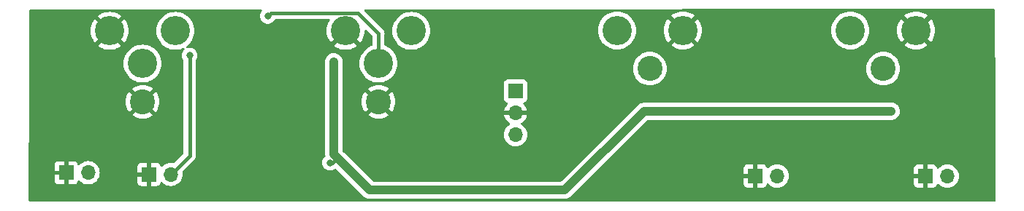
<source format=gbr>
%TF.GenerationSoftware,KiCad,Pcbnew,(7.0.0)*%
%TF.CreationDate,2023-11-09T23:31:26+01:00*%
%TF.ProjectId,xlr-inteface,786c722d-696e-4746-9566-6163652e6b69,rev?*%
%TF.SameCoordinates,Original*%
%TF.FileFunction,Copper,L1,Top*%
%TF.FilePolarity,Positive*%
%FSLAX46Y46*%
G04 Gerber Fmt 4.6, Leading zero omitted, Abs format (unit mm)*
G04 Created by KiCad (PCBNEW (7.0.0)) date 2023-11-09 23:31:26*
%MOMM*%
%LPD*%
G01*
G04 APERTURE LIST*
%TA.AperFunction,ComponentPad*%
%ADD10C,3.400000*%
%TD*%
%TA.AperFunction,ComponentPad*%
%ADD11C,2.900000*%
%TD*%
%TA.AperFunction,ComponentPad*%
%ADD12R,1.700000X1.700000*%
%TD*%
%TA.AperFunction,ComponentPad*%
%ADD13O,1.700000X1.700000*%
%TD*%
%TA.AperFunction,ViaPad*%
%ADD14C,0.800000*%
%TD*%
%TA.AperFunction,ViaPad*%
%ADD15C,1.000000*%
%TD*%
%TA.AperFunction,Conductor*%
%ADD16C,0.400000*%
%TD*%
%TA.AperFunction,Conductor*%
%ADD17C,1.000000*%
%TD*%
G04 APERTURE END LIST*
D10*
%TO.P,J1,1*%
%TO.N,GND*%
X100820000Y-36070000D03*
%TO.P,J1,2*%
%TO.N,Net-(U2-IN+)*%
X93200000Y-36070000D03*
D11*
%TO.P,J1,3*%
%TO.N,Net-(U2-IN-)*%
X97010000Y-40520000D03*
%TD*%
D10*
%TO.P,J4,1*%
%TO.N,GND*%
X61737500Y-36120000D03*
%TO.P,J4,2*%
%TO.N,Net-(U1-SENSE+)*%
X69357500Y-36120000D03*
%TO.P,J4,3*%
%TO.N,Net-(U1-SENSE-)*%
X65547500Y-39930000D03*
D11*
%TO.P,J4,G*%
%TO.N,GND*%
X65547500Y-44375000D03*
%TD*%
D10*
%TO.P,J2,1*%
%TO.N,GND*%
X127870000Y-36070000D03*
%TO.P,J2,2*%
%TO.N,Net-(U3-IN+)*%
X120250000Y-36070000D03*
D11*
%TO.P,J2,3*%
%TO.N,Net-(U3-IN-)*%
X124060000Y-40520000D03*
%TD*%
D10*
%TO.P,J3,1*%
%TO.N,GND*%
X34387500Y-36120000D03*
%TO.P,J3,2*%
%TO.N,Net-(U4-SENSE+)*%
X42007500Y-36120000D03*
%TO.P,J3,3*%
%TO.N,Net-(U4-SENSE-)*%
X38197500Y-39930000D03*
D11*
%TO.P,J3,G*%
%TO.N,GND*%
X38197500Y-44375000D03*
%TD*%
D12*
%TO.P,J5,1,Pin_1*%
%TO.N,VIN+*%
X81429999Y-43129999D03*
D13*
%TO.P,J5,2,Pin_2*%
%TO.N,GND*%
X81429999Y-45669999D03*
%TO.P,J5,3,Pin_3*%
%TO.N,VIN-*%
X81429999Y-48209999D03*
%TD*%
D12*
%TO.P,J8,1,Pin_1*%
%TO.N,GND*%
X38939999Y-52819999D03*
D13*
%TO.P,J8,2,Pin_2*%
%TO.N,Net-(J8-Pin_2)*%
X41479999Y-52819999D03*
%TD*%
D12*
%TO.P,J6,1,Pin_1*%
%TO.N,GND*%
X128944999Y-53029999D03*
D13*
%TO.P,J6,2,Pin_2*%
%TO.N,Net-(J6-Pin_2)*%
X131484999Y-53029999D03*
%TD*%
D12*
%TO.P,J9,1,Pin_1*%
%TO.N,GND*%
X29339999Y-52639999D03*
D13*
%TO.P,J9,2,Pin_2*%
%TO.N,Net-(J9-Pin_2)*%
X31879999Y-52639999D03*
%TD*%
D12*
%TO.P,J7,1,Pin_1*%
%TO.N,GND*%
X109214999Y-52999999D03*
D13*
%TO.P,J7,2,Pin_2*%
%TO.N,Net-(J7-Pin_2)*%
X111754999Y-52999999D03*
%TD*%
D14*
%TO.N,GND*%
X42240000Y-45760000D03*
X26530000Y-54260000D03*
X31060000Y-43860000D03*
X49080000Y-35890000D03*
X51790000Y-42680000D03*
X51570000Y-53050000D03*
X59850000Y-54910000D03*
%TO.N,Net-(J8-Pin_2)*%
X43650000Y-39000000D03*
%TO.N,Net-(U1-SENSE-)*%
X52710000Y-34400000D03*
%TO.N,V+*%
X59930000Y-51470000D03*
X60381825Y-39719500D03*
D15*
X124980000Y-45450000D03*
X96310000Y-45500000D03*
%TO.N,GND*%
X104500000Y-51900000D03*
X135500000Y-37200000D03*
X82900000Y-52100000D03*
X110500000Y-37900000D03*
X84700000Y-46100000D03*
X120300000Y-50600000D03*
X81800000Y-36900000D03*
X96100000Y-52400000D03*
%TD*%
D16*
%TO.N,Net-(J8-Pin_2)*%
X43650000Y-50650000D02*
X43650000Y-39000000D01*
X41480000Y-52820000D02*
X43650000Y-50650000D01*
%TO.N,Net-(U1-SENSE-)*%
X65547500Y-36432500D02*
X65547500Y-39930000D01*
X65550000Y-36430000D02*
X65547500Y-36432500D01*
X53090000Y-34020000D02*
X63140000Y-34020000D01*
X52710000Y-34400000D02*
X53090000Y-34020000D01*
X63140000Y-34020000D02*
X65550000Y-36430000D01*
%TO.N,V+*%
X60210000Y-51470000D02*
X60770000Y-50910000D01*
D17*
X64520000Y-54660000D02*
X60770000Y-50910000D01*
D16*
X59930000Y-51470000D02*
X60210000Y-51470000D01*
D17*
X60770000Y-50910000D02*
X60381825Y-50521825D01*
X60381825Y-50521825D02*
X60381825Y-39719500D01*
X87150000Y-54660000D02*
X64520000Y-54660000D01*
X96310000Y-45500000D02*
X87150000Y-54660000D01*
X124930000Y-45500000D02*
X124980000Y-45450000D01*
X96310000Y-45500000D02*
X124930000Y-45500000D01*
%TD*%
%TA.AperFunction,Conductor*%
%TO.N,GND*%
G36*
X136958282Y-33596576D02*
G01*
X137003672Y-33641784D01*
X137020441Y-33703613D01*
X137059342Y-44605472D01*
X137098759Y-55652349D01*
X137099556Y-55875558D01*
X137083091Y-55937744D01*
X137037685Y-55983313D01*
X136975557Y-56000000D01*
X25124444Y-56000000D01*
X25062316Y-55983313D01*
X25016909Y-55937744D01*
X25000445Y-55875557D01*
X25008817Y-53534518D01*
X27990000Y-53534518D01*
X27990353Y-53541114D01*
X27995573Y-53589667D01*
X27999111Y-53604641D01*
X28043547Y-53723777D01*
X28051962Y-53739189D01*
X28127498Y-53840092D01*
X28139907Y-53852501D01*
X28240810Y-53928037D01*
X28256222Y-53936452D01*
X28375358Y-53980888D01*
X28390332Y-53984426D01*
X28438885Y-53989646D01*
X28445482Y-53990000D01*
X29073674Y-53990000D01*
X29086549Y-53986549D01*
X29090000Y-53973674D01*
X29590000Y-53973674D01*
X29593450Y-53986549D01*
X29606326Y-53990000D01*
X30234518Y-53990000D01*
X30241114Y-53989646D01*
X30289667Y-53984426D01*
X30304641Y-53980888D01*
X30423777Y-53936452D01*
X30439189Y-53928037D01*
X30540092Y-53852501D01*
X30552501Y-53840092D01*
X30628037Y-53739189D01*
X30636452Y-53723777D01*
X30682422Y-53600529D01*
X30717401Y-53550149D01*
X30772246Y-53522696D01*
X30833539Y-53524885D01*
X30886285Y-53556181D01*
X31008599Y-53678495D01*
X31013031Y-53681598D01*
X31013033Y-53681600D01*
X31056819Y-53712259D01*
X31202170Y-53814035D01*
X31416337Y-53913903D01*
X31421567Y-53915304D01*
X31421569Y-53915305D01*
X31436065Y-53919189D01*
X31644592Y-53975063D01*
X31880000Y-53995659D01*
X32115408Y-53975063D01*
X32343663Y-53913903D01*
X32557830Y-53814035D01*
X32699955Y-53714518D01*
X37590000Y-53714518D01*
X37590353Y-53721114D01*
X37595573Y-53769667D01*
X37599111Y-53784641D01*
X37643547Y-53903777D01*
X37651962Y-53919189D01*
X37727498Y-54020092D01*
X37739907Y-54032501D01*
X37840810Y-54108037D01*
X37856222Y-54116452D01*
X37975358Y-54160888D01*
X37990332Y-54164426D01*
X38038885Y-54169646D01*
X38045482Y-54170000D01*
X38673674Y-54170000D01*
X38686549Y-54166549D01*
X38690000Y-54153674D01*
X39190000Y-54153674D01*
X39193450Y-54166549D01*
X39206326Y-54170000D01*
X39834518Y-54170000D01*
X39841114Y-54169646D01*
X39889667Y-54164426D01*
X39904641Y-54160888D01*
X40023777Y-54116452D01*
X40039189Y-54108037D01*
X40140092Y-54032501D01*
X40152501Y-54020092D01*
X40228037Y-53919189D01*
X40236452Y-53903777D01*
X40282422Y-53780529D01*
X40317401Y-53730149D01*
X40372246Y-53702696D01*
X40433539Y-53704885D01*
X40486285Y-53736181D01*
X40608599Y-53858495D01*
X40613031Y-53861598D01*
X40613033Y-53861600D01*
X40719933Y-53936452D01*
X40802170Y-53994035D01*
X41016337Y-54093903D01*
X41244592Y-54155063D01*
X41480000Y-54175659D01*
X41715408Y-54155063D01*
X41943663Y-54093903D01*
X42157830Y-53994035D01*
X42351401Y-53858495D01*
X42518495Y-53691401D01*
X42654035Y-53497830D01*
X42753903Y-53283663D01*
X42815063Y-53055408D01*
X42835659Y-52820000D01*
X42815063Y-52584592D01*
X42810557Y-52567778D01*
X42810557Y-52503594D01*
X42842649Y-52448006D01*
X43820655Y-51470000D01*
X59024540Y-51470000D01*
X59025219Y-51476460D01*
X59043646Y-51651795D01*
X59043647Y-51651803D01*
X59044326Y-51658256D01*
X59046331Y-51664428D01*
X59046333Y-51664435D01*
X59090351Y-51799907D01*
X59102821Y-51838284D01*
X59106068Y-51843908D01*
X59106069Y-51843910D01*
X59173962Y-51961505D01*
X59197467Y-52002216D01*
X59201811Y-52007041D01*
X59201813Y-52007043D01*
X59319779Y-52138057D01*
X59324129Y-52142888D01*
X59477270Y-52254151D01*
X59650197Y-52331144D01*
X59835354Y-52370500D01*
X60018143Y-52370500D01*
X60024646Y-52370500D01*
X60209803Y-52331144D01*
X60382730Y-52254151D01*
X60480365Y-52183214D01*
X60533852Y-52161060D01*
X60591568Y-52165602D01*
X60640931Y-52195852D01*
X63802431Y-55357351D01*
X63804624Y-55359600D01*
X63864941Y-55423053D01*
X63870100Y-55426644D01*
X63870104Y-55426647D01*
X63913362Y-55456755D01*
X63920871Y-55462416D01*
X63966593Y-55499698D01*
X63972171Y-55502611D01*
X63972170Y-55502611D01*
X63993556Y-55513782D01*
X64006980Y-55521915D01*
X64031951Y-55539295D01*
X64086163Y-55562559D01*
X64094675Y-55566602D01*
X64131886Y-55586040D01*
X64146951Y-55593909D01*
X64176199Y-55602277D01*
X64190975Y-55607538D01*
X64218942Y-55619540D01*
X64276718Y-55631413D01*
X64285866Y-55633658D01*
X64342582Y-55649887D01*
X64372916Y-55652196D01*
X64388463Y-55654377D01*
X64412095Y-55659234D01*
X64412102Y-55659234D01*
X64418259Y-55660500D01*
X64477241Y-55660500D01*
X64486656Y-55660858D01*
X64545476Y-55665337D01*
X64575651Y-55661493D01*
X64591317Y-55660500D01*
X87135722Y-55660500D01*
X87138862Y-55660539D01*
X87226363Y-55662757D01*
X87284458Y-55652344D01*
X87293739Y-55651042D01*
X87352438Y-55645074D01*
X87381464Y-55635966D01*
X87396713Y-55632224D01*
X87426653Y-55626858D01*
X87481423Y-55604980D01*
X87490303Y-55601818D01*
X87546588Y-55584159D01*
X87573194Y-55569390D01*
X87587362Y-55562662D01*
X87615617Y-55551377D01*
X87664891Y-55518902D01*
X87672910Y-55514043D01*
X87724502Y-55485409D01*
X87735961Y-55475570D01*
X87747583Y-55465594D01*
X87760125Y-55456137D01*
X87785519Y-55439402D01*
X87827238Y-55397681D01*
X87834122Y-55391301D01*
X87878895Y-55352866D01*
X87897524Y-55328798D01*
X87907884Y-55317035D01*
X89330401Y-53894518D01*
X107865000Y-53894518D01*
X107865353Y-53901114D01*
X107870573Y-53949667D01*
X107874111Y-53964641D01*
X107918547Y-54083777D01*
X107926962Y-54099189D01*
X108002498Y-54200092D01*
X108014907Y-54212501D01*
X108115810Y-54288037D01*
X108131222Y-54296452D01*
X108250358Y-54340888D01*
X108265332Y-54344426D01*
X108313885Y-54349646D01*
X108320482Y-54350000D01*
X108948674Y-54350000D01*
X108961549Y-54346549D01*
X108965000Y-54333674D01*
X109465000Y-54333674D01*
X109468450Y-54346549D01*
X109481326Y-54350000D01*
X110109518Y-54350000D01*
X110116114Y-54349646D01*
X110164667Y-54344426D01*
X110179641Y-54340888D01*
X110298777Y-54296452D01*
X110314189Y-54288037D01*
X110415092Y-54212501D01*
X110427501Y-54200092D01*
X110503037Y-54099189D01*
X110511452Y-54083777D01*
X110557422Y-53960529D01*
X110592401Y-53910149D01*
X110647246Y-53882696D01*
X110708539Y-53884885D01*
X110761285Y-53916180D01*
X110883599Y-54038495D01*
X110888031Y-54041598D01*
X110888033Y-54041600D01*
X110926443Y-54068495D01*
X111077170Y-54174035D01*
X111291337Y-54273903D01*
X111519592Y-54335063D01*
X111755000Y-54355659D01*
X111990408Y-54335063D01*
X112218663Y-54273903D01*
X112432830Y-54174035D01*
X112626401Y-54038495D01*
X112740378Y-53924518D01*
X127595000Y-53924518D01*
X127595353Y-53931114D01*
X127600573Y-53979667D01*
X127604111Y-53994641D01*
X127648547Y-54113777D01*
X127656962Y-54129189D01*
X127732498Y-54230092D01*
X127744907Y-54242501D01*
X127845810Y-54318037D01*
X127861222Y-54326452D01*
X127980358Y-54370888D01*
X127995332Y-54374426D01*
X128043885Y-54379646D01*
X128050482Y-54380000D01*
X128678674Y-54380000D01*
X128691549Y-54376549D01*
X128695000Y-54363674D01*
X129195000Y-54363674D01*
X129198450Y-54376549D01*
X129211326Y-54380000D01*
X129839518Y-54380000D01*
X129846114Y-54379646D01*
X129894667Y-54374426D01*
X129909641Y-54370888D01*
X130028777Y-54326452D01*
X130044189Y-54318037D01*
X130145092Y-54242501D01*
X130157501Y-54230092D01*
X130233037Y-54129189D01*
X130241452Y-54113777D01*
X130287422Y-53990529D01*
X130322401Y-53940149D01*
X130377246Y-53912696D01*
X130438539Y-53914885D01*
X130491285Y-53946181D01*
X130613599Y-54068495D01*
X130618031Y-54071598D01*
X130618033Y-54071600D01*
X130700279Y-54129189D01*
X130807170Y-54204035D01*
X131021337Y-54303903D01*
X131249592Y-54365063D01*
X131485000Y-54385659D01*
X131720408Y-54365063D01*
X131948663Y-54303903D01*
X132162830Y-54204035D01*
X132356401Y-54068495D01*
X132523495Y-53901401D01*
X132659035Y-53707830D01*
X132758903Y-53493663D01*
X132820063Y-53265408D01*
X132840659Y-53030000D01*
X132820063Y-52794592D01*
X132758903Y-52566337D01*
X132659035Y-52352171D01*
X132523495Y-52158599D01*
X132356401Y-51991505D01*
X132351970Y-51988402D01*
X132351966Y-51988399D01*
X132167259Y-51859066D01*
X132167257Y-51859064D01*
X132162830Y-51855965D01*
X132157933Y-51853681D01*
X132157927Y-51853678D01*
X131953572Y-51758386D01*
X131953570Y-51758385D01*
X131948663Y-51756097D01*
X131943438Y-51754697D01*
X131943430Y-51754694D01*
X131725634Y-51696337D01*
X131725630Y-51696336D01*
X131720408Y-51694937D01*
X131715020Y-51694465D01*
X131715017Y-51694465D01*
X131490395Y-51674813D01*
X131485000Y-51674341D01*
X131479605Y-51674813D01*
X131254982Y-51694465D01*
X131254977Y-51694465D01*
X131249592Y-51694937D01*
X131244371Y-51696335D01*
X131244365Y-51696337D01*
X131026569Y-51754694D01*
X131026557Y-51754698D01*
X131021337Y-51756097D01*
X131016432Y-51758383D01*
X131016427Y-51758386D01*
X130812081Y-51853675D01*
X130812077Y-51853677D01*
X130807171Y-51855965D01*
X130802738Y-51859068D01*
X130802731Y-51859073D01*
X130618034Y-51988399D01*
X130618029Y-51988402D01*
X130613599Y-51991505D01*
X130609775Y-51995328D01*
X130609775Y-51995329D01*
X130491285Y-52113819D01*
X130438538Y-52145114D01*
X130377246Y-52147303D01*
X130322401Y-52119850D01*
X130287422Y-52069471D01*
X130241451Y-51946220D01*
X130233037Y-51930810D01*
X130157501Y-51829907D01*
X130145092Y-51817498D01*
X130044189Y-51741962D01*
X130028777Y-51733547D01*
X129909641Y-51689111D01*
X129894667Y-51685573D01*
X129846114Y-51680353D01*
X129839518Y-51680000D01*
X129211326Y-51680000D01*
X129198450Y-51683450D01*
X129195000Y-51696326D01*
X129195000Y-54363674D01*
X128695000Y-54363674D01*
X128695000Y-53296326D01*
X128691549Y-53283450D01*
X128678674Y-53280000D01*
X127611326Y-53280000D01*
X127598450Y-53283450D01*
X127595000Y-53296326D01*
X127595000Y-53924518D01*
X112740378Y-53924518D01*
X112793495Y-53871401D01*
X112929035Y-53677830D01*
X113028903Y-53463663D01*
X113090063Y-53235408D01*
X113110659Y-53000000D01*
X113090063Y-52764592D01*
X113089817Y-52763674D01*
X127595000Y-52763674D01*
X127598450Y-52776549D01*
X127611326Y-52780000D01*
X128678674Y-52780000D01*
X128691549Y-52776549D01*
X128695000Y-52763674D01*
X128695000Y-51696326D01*
X128691549Y-51683450D01*
X128678674Y-51680000D01*
X128050482Y-51680000D01*
X128043885Y-51680353D01*
X127995332Y-51685573D01*
X127980358Y-51689111D01*
X127861222Y-51733547D01*
X127845810Y-51741962D01*
X127744907Y-51817498D01*
X127732498Y-51829907D01*
X127656962Y-51930810D01*
X127648547Y-51946222D01*
X127604111Y-52065358D01*
X127600573Y-52080332D01*
X127595353Y-52128885D01*
X127595000Y-52135482D01*
X127595000Y-52763674D01*
X113089817Y-52763674D01*
X113028903Y-52536337D01*
X112929035Y-52322171D01*
X112793495Y-52128599D01*
X112626401Y-51961505D01*
X112621970Y-51958402D01*
X112621966Y-51958399D01*
X112437259Y-51829066D01*
X112437257Y-51829064D01*
X112432830Y-51825965D01*
X112427933Y-51823681D01*
X112427927Y-51823678D01*
X112223572Y-51728386D01*
X112223570Y-51728385D01*
X112218663Y-51726097D01*
X112213438Y-51724697D01*
X112213430Y-51724694D01*
X111995634Y-51666337D01*
X111995630Y-51666336D01*
X111990408Y-51664937D01*
X111985020Y-51664465D01*
X111985017Y-51664465D01*
X111760395Y-51644813D01*
X111755000Y-51644341D01*
X111749605Y-51644813D01*
X111524982Y-51664465D01*
X111524977Y-51664465D01*
X111519592Y-51664937D01*
X111514371Y-51666335D01*
X111514365Y-51666337D01*
X111296569Y-51724694D01*
X111296557Y-51724698D01*
X111291337Y-51726097D01*
X111286432Y-51728383D01*
X111286427Y-51728386D01*
X111082081Y-51823675D01*
X111082077Y-51823677D01*
X111077171Y-51825965D01*
X111072738Y-51829068D01*
X111072731Y-51829073D01*
X110888034Y-51958399D01*
X110888029Y-51958402D01*
X110883599Y-51961505D01*
X110879774Y-51965329D01*
X110879775Y-51965329D01*
X110761285Y-52083819D01*
X110708538Y-52115114D01*
X110647246Y-52117303D01*
X110592401Y-52089850D01*
X110557422Y-52039471D01*
X110511451Y-51916220D01*
X110503037Y-51900810D01*
X110427501Y-51799907D01*
X110415092Y-51787498D01*
X110314189Y-51711962D01*
X110298777Y-51703547D01*
X110179641Y-51659111D01*
X110164667Y-51655573D01*
X110116114Y-51650353D01*
X110109518Y-51650000D01*
X109481326Y-51650000D01*
X109468450Y-51653450D01*
X109465000Y-51666326D01*
X109465000Y-54333674D01*
X108965000Y-54333674D01*
X108965000Y-53266326D01*
X108961549Y-53253450D01*
X108948674Y-53250000D01*
X107881326Y-53250000D01*
X107868450Y-53253450D01*
X107865000Y-53266326D01*
X107865000Y-53894518D01*
X89330401Y-53894518D01*
X90491245Y-52733674D01*
X107865000Y-52733674D01*
X107868450Y-52746549D01*
X107881326Y-52750000D01*
X108948674Y-52750000D01*
X108961549Y-52746549D01*
X108965000Y-52733674D01*
X108965000Y-51666326D01*
X108961549Y-51653450D01*
X108948674Y-51650000D01*
X108320482Y-51650000D01*
X108313885Y-51650353D01*
X108265332Y-51655573D01*
X108250358Y-51659111D01*
X108131222Y-51703547D01*
X108115810Y-51711962D01*
X108014907Y-51787498D01*
X108002498Y-51799907D01*
X107926962Y-51900810D01*
X107918547Y-51916222D01*
X107874111Y-52035358D01*
X107870573Y-52050332D01*
X107865353Y-52098885D01*
X107865000Y-52105482D01*
X107865000Y-52733674D01*
X90491245Y-52733674D01*
X96688101Y-46536819D01*
X96728329Y-46509939D01*
X96775782Y-46500500D01*
X124915722Y-46500500D01*
X124918862Y-46500539D01*
X125006363Y-46502757D01*
X125064458Y-46492344D01*
X125073739Y-46491042D01*
X125132438Y-46485074D01*
X125161464Y-46475966D01*
X125176713Y-46472224D01*
X125206653Y-46466858D01*
X125261423Y-46444980D01*
X125270303Y-46441818D01*
X125326588Y-46424159D01*
X125353194Y-46409390D01*
X125367362Y-46402662D01*
X125395617Y-46391377D01*
X125444891Y-46358902D01*
X125452910Y-46354043D01*
X125504502Y-46325409D01*
X125521987Y-46310398D01*
X125527583Y-46305594D01*
X125540125Y-46296137D01*
X125565519Y-46279402D01*
X125607238Y-46237681D01*
X125614122Y-46231301D01*
X125658895Y-46192866D01*
X125662743Y-46187893D01*
X125667080Y-46183332D01*
X125667165Y-46183413D01*
X125681885Y-46168266D01*
X125690883Y-46160883D01*
X125721393Y-46123705D01*
X125722501Y-46122419D01*
X125723341Y-46121580D01*
X125754558Y-46083294D01*
X125815910Y-46008538D01*
X125816663Y-46007128D01*
X125819698Y-46003407D01*
X125864458Y-45917716D01*
X125864832Y-45917010D01*
X125908814Y-45834727D01*
X125909839Y-45831346D01*
X125910312Y-45830334D01*
X125910991Y-45828634D01*
X125913909Y-45823049D01*
X125939462Y-45733741D01*
X125940012Y-45731877D01*
X125966024Y-45646132D01*
X125966593Y-45640353D01*
X125967859Y-45635124D01*
X125968155Y-45633467D01*
X125969887Y-45627418D01*
X125976667Y-45538374D01*
X125976905Y-45535647D01*
X125985341Y-45450000D01*
X125984743Y-45443932D01*
X125984743Y-45437844D01*
X125985185Y-45437843D01*
X125985176Y-45437083D01*
X125985019Y-45437087D01*
X125984859Y-45430792D01*
X125985337Y-45424523D01*
X125974505Y-45339476D01*
X125974112Y-45335993D01*
X125966024Y-45253868D01*
X125964256Y-45248041D01*
X125963068Y-45242065D01*
X125963159Y-45242046D01*
X125960532Y-45229756D01*
X125959630Y-45222672D01*
X125933036Y-45144870D01*
X125931727Y-45140808D01*
X125908814Y-45065273D01*
X125905265Y-45058633D01*
X125897286Y-45040279D01*
X125895852Y-45036083D01*
X125895850Y-45036078D01*
X125893816Y-45030128D01*
X125874510Y-44997332D01*
X125853942Y-44962391D01*
X125851444Y-44957940D01*
X125818781Y-44896832D01*
X125818777Y-44896827D01*
X125815910Y-44891462D01*
X125812048Y-44886757D01*
X125812046Y-44886753D01*
X125808861Y-44882872D01*
X125797858Y-44867117D01*
X125793784Y-44860197D01*
X125793783Y-44860195D01*
X125790591Y-44854773D01*
X125774902Y-44837408D01*
X125740280Y-44799086D01*
X125736437Y-44794624D01*
X125724238Y-44779760D01*
X125690883Y-44739117D01*
X125679523Y-44729794D01*
X125666182Y-44717072D01*
X125654179Y-44703786D01*
X125649114Y-44700066D01*
X125649111Y-44700064D01*
X125596568Y-44661482D01*
X125591295Y-44657387D01*
X125543244Y-44617952D01*
X125543242Y-44617951D01*
X125538538Y-44614090D01*
X125522413Y-44605471D01*
X125507476Y-44596061D01*
X125495240Y-44587076D01*
X125495239Y-44587075D01*
X125490167Y-44583351D01*
X125480465Y-44578893D01*
X125428461Y-44554998D01*
X125421782Y-44551682D01*
X125370099Y-44524057D01*
X125370095Y-44524055D01*
X125364727Y-44521186D01*
X125358897Y-44519417D01*
X125358896Y-44519417D01*
X125343814Y-44514842D01*
X125328041Y-44508858D01*
X125310986Y-44501022D01*
X125310987Y-44501022D01*
X125305269Y-44498395D01*
X125299143Y-44496973D01*
X125299142Y-44496973D01*
X125242595Y-44483850D01*
X125234635Y-44481721D01*
X125181964Y-44465744D01*
X125181953Y-44465741D01*
X125176132Y-44463976D01*
X125170076Y-44463379D01*
X125170074Y-44463379D01*
X125150826Y-44461483D01*
X125134954Y-44458871D01*
X125113180Y-44453818D01*
X125113175Y-44453817D01*
X125107054Y-44452397D01*
X125100769Y-44452237D01*
X125100764Y-44452237D01*
X125046286Y-44450856D01*
X125037279Y-44450299D01*
X124986064Y-44445256D01*
X124986062Y-44445256D01*
X124980000Y-44444659D01*
X124973938Y-44445256D01*
X124973932Y-44445256D01*
X124951129Y-44447501D01*
X124935843Y-44448058D01*
X124909927Y-44447402D01*
X124909923Y-44447402D01*
X124903637Y-44447243D01*
X124867469Y-44453725D01*
X124847332Y-44457334D01*
X124837616Y-44458681D01*
X124789926Y-44463379D01*
X124789923Y-44463379D01*
X124783868Y-44463976D01*
X124778049Y-44465740D01*
X124778039Y-44465743D01*
X124752682Y-44473435D01*
X124738571Y-44476827D01*
X124709544Y-44482030D01*
X124709531Y-44482033D01*
X124703348Y-44483142D01*
X124697514Y-44485472D01*
X124697501Y-44485476D01*
X124684543Y-44490653D01*
X124638547Y-44499500D01*
X96365244Y-44499500D01*
X96353090Y-44498903D01*
X96310000Y-44494659D01*
X96303937Y-44495256D01*
X96303936Y-44495256D01*
X96281124Y-44497502D01*
X96265836Y-44498059D01*
X96239925Y-44497403D01*
X96239923Y-44497403D01*
X96233637Y-44497244D01*
X96227453Y-44498352D01*
X96227444Y-44498353D01*
X96177338Y-44507334D01*
X96167618Y-44508682D01*
X96117282Y-44513639D01*
X96117267Y-44513641D01*
X96113868Y-44513976D01*
X96112336Y-44514440D01*
X96107562Y-44514926D01*
X96101573Y-44516804D01*
X96101568Y-44516806D01*
X96078526Y-44524035D01*
X96063289Y-44527774D01*
X96039538Y-44532031D01*
X96039525Y-44532034D01*
X96033347Y-44533142D01*
X96027521Y-44535468D01*
X96027507Y-44535473D01*
X95983531Y-44553039D01*
X95973535Y-44556545D01*
X95956996Y-44561562D01*
X95925273Y-44571186D01*
X95922162Y-44572848D01*
X95921092Y-44573237D01*
X95919409Y-44573958D01*
X95913412Y-44575841D01*
X95907923Y-44578887D01*
X95907910Y-44578893D01*
X95886809Y-44590605D01*
X95872640Y-44597334D01*
X95850224Y-44606288D01*
X95850209Y-44606295D01*
X95844383Y-44608623D01*
X95839141Y-44612077D01*
X95839129Y-44612084D01*
X95802571Y-44636178D01*
X95792791Y-44641998D01*
X95756831Y-44661219D01*
X95756822Y-44661224D01*
X95751462Y-44664090D01*
X95746978Y-44667769D01*
X95742374Y-44670579D01*
X95740990Y-44671542D01*
X95735498Y-44674591D01*
X95730731Y-44678683D01*
X95730727Y-44678686D01*
X95712414Y-44694407D01*
X95699887Y-44703852D01*
X95679731Y-44717136D01*
X95679719Y-44717145D01*
X95674481Y-44720598D01*
X95670039Y-44725039D01*
X95670040Y-44725039D01*
X95641595Y-44753483D01*
X95632584Y-44761650D01*
X95603818Y-44785258D01*
X95603813Y-44785262D01*
X95599117Y-44789117D01*
X95595260Y-44793815D01*
X95590945Y-44798131D01*
X95590650Y-44797836D01*
X95590105Y-44798393D01*
X95590203Y-44798486D01*
X95585873Y-44803039D01*
X95581105Y-44807134D01*
X95577264Y-44812094D01*
X95577259Y-44812101D01*
X95562480Y-44831194D01*
X95552108Y-44842969D01*
X86771899Y-53623181D01*
X86731671Y-53650061D01*
X86684218Y-53659500D01*
X64985782Y-53659500D01*
X64938329Y-53650061D01*
X64898101Y-53623181D01*
X61549403Y-50274483D01*
X61549402Y-50274481D01*
X61418644Y-50143723D01*
X61391764Y-50103495D01*
X61382325Y-50056042D01*
X61382325Y-48210000D01*
X80074341Y-48210000D01*
X80094937Y-48445408D01*
X80096336Y-48450630D01*
X80096337Y-48450634D01*
X80154694Y-48668430D01*
X80154697Y-48668438D01*
X80156097Y-48673663D01*
X80158385Y-48678570D01*
X80158386Y-48678572D01*
X80253678Y-48882927D01*
X80253681Y-48882933D01*
X80255965Y-48887830D01*
X80259064Y-48892257D01*
X80259066Y-48892259D01*
X80388399Y-49076966D01*
X80388402Y-49076970D01*
X80391505Y-49081401D01*
X80558599Y-49248495D01*
X80752170Y-49384035D01*
X80966337Y-49483903D01*
X81194592Y-49545063D01*
X81430000Y-49565659D01*
X81665408Y-49545063D01*
X81893663Y-49483903D01*
X82107830Y-49384035D01*
X82301401Y-49248495D01*
X82468495Y-49081401D01*
X82604035Y-48887830D01*
X82703903Y-48673663D01*
X82765063Y-48445408D01*
X82785659Y-48210000D01*
X82765063Y-47974592D01*
X82703903Y-47746337D01*
X82604035Y-47532171D01*
X82468495Y-47338599D01*
X82301401Y-47171505D01*
X82296970Y-47168402D01*
X82296966Y-47168399D01*
X82115405Y-47041269D01*
X82076540Y-46996951D01*
X82062529Y-46939694D01*
X82076540Y-46882437D01*
X82115406Y-46838119D01*
X82296638Y-46711219D01*
X82304909Y-46704278D01*
X82464278Y-46544909D01*
X82471215Y-46536643D01*
X82600498Y-46352008D01*
X82605886Y-46342676D01*
X82701143Y-46138397D01*
X82704831Y-46128263D01*
X82756943Y-45933780D01*
X82757311Y-45922551D01*
X82746369Y-45920000D01*
X80113631Y-45920000D01*
X80102688Y-45922551D01*
X80103056Y-45933780D01*
X80155168Y-46128263D01*
X80158856Y-46138397D01*
X80254113Y-46342676D01*
X80259501Y-46352008D01*
X80388784Y-46536643D01*
X80395721Y-46544909D01*
X80555090Y-46704278D01*
X80563356Y-46711215D01*
X80744595Y-46838120D01*
X80783460Y-46882438D01*
X80797471Y-46939695D01*
X80783460Y-46996952D01*
X80744594Y-47041270D01*
X80563034Y-47168399D01*
X80563029Y-47168402D01*
X80558599Y-47171505D01*
X80554775Y-47175328D01*
X80554769Y-47175334D01*
X80395334Y-47334769D01*
X80395328Y-47334775D01*
X80391505Y-47338599D01*
X80388402Y-47343029D01*
X80388399Y-47343034D01*
X80259073Y-47527731D01*
X80259068Y-47527738D01*
X80255965Y-47532171D01*
X80253677Y-47537077D01*
X80253675Y-47537081D01*
X80158386Y-47741427D01*
X80158383Y-47741432D01*
X80156097Y-47746337D01*
X80154698Y-47751557D01*
X80154694Y-47751569D01*
X80096337Y-47969365D01*
X80096335Y-47969371D01*
X80094937Y-47974592D01*
X80074341Y-48210000D01*
X61382325Y-48210000D01*
X61382325Y-45918970D01*
X64362610Y-45918970D01*
X64370928Y-45930081D01*
X64487011Y-46016980D01*
X64494449Y-46021760D01*
X64731479Y-46151187D01*
X64739521Y-46154860D01*
X64992574Y-46249245D01*
X65001043Y-46251731D01*
X65264943Y-46309139D01*
X65273699Y-46310398D01*
X65543082Y-46329665D01*
X65551918Y-46329665D01*
X65821300Y-46310398D01*
X65830056Y-46309139D01*
X66093956Y-46251731D01*
X66102425Y-46249245D01*
X66355478Y-46154860D01*
X66363520Y-46151187D01*
X66600550Y-46021760D01*
X66607988Y-46016980D01*
X66724070Y-45930081D01*
X66732388Y-45918970D01*
X66725736Y-45906789D01*
X65559042Y-44740095D01*
X65547500Y-44733431D01*
X65535957Y-44740095D01*
X64369262Y-45906789D01*
X64362610Y-45918970D01*
X61382325Y-45918970D01*
X61382325Y-44379418D01*
X63592835Y-44379418D01*
X63612101Y-44648800D01*
X63613360Y-44657556D01*
X63670768Y-44921456D01*
X63673254Y-44929925D01*
X63767639Y-45182978D01*
X63771312Y-45191020D01*
X63900735Y-45428042D01*
X63905526Y-45435498D01*
X63992417Y-45551570D01*
X64003527Y-45559888D01*
X64015709Y-45553236D01*
X65182404Y-44386542D01*
X65189068Y-44375000D01*
X65905931Y-44375000D01*
X65912595Y-44386542D01*
X67079289Y-45553236D01*
X67091470Y-45559888D01*
X67102581Y-45551570D01*
X67189480Y-45435488D01*
X67194260Y-45428050D01*
X67323687Y-45191020D01*
X67327360Y-45182978D01*
X67421745Y-44929925D01*
X67424231Y-44921456D01*
X67481639Y-44657556D01*
X67482898Y-44648800D01*
X67502165Y-44379418D01*
X67502165Y-44370582D01*
X67482898Y-44101199D01*
X67481639Y-44092443D01*
X67466876Y-44024578D01*
X80079500Y-44024578D01*
X80079501Y-44027872D01*
X80079853Y-44031150D01*
X80079854Y-44031161D01*
X80085079Y-44079768D01*
X80085080Y-44079773D01*
X80085909Y-44087483D01*
X80088619Y-44094749D01*
X80088620Y-44094753D01*
X80122217Y-44184831D01*
X80136204Y-44222331D01*
X80222454Y-44337546D01*
X80337669Y-44423796D01*
X80469598Y-44473002D01*
X80519977Y-44507981D01*
X80547431Y-44562825D01*
X80545242Y-44624118D01*
X80513947Y-44676865D01*
X80395714Y-44795098D01*
X80388784Y-44803357D01*
X80259508Y-44987982D01*
X80254110Y-44997332D01*
X80158856Y-45201602D01*
X80155168Y-45211736D01*
X80103056Y-45406219D01*
X80102688Y-45417448D01*
X80113631Y-45420000D01*
X82746369Y-45420000D01*
X82757311Y-45417448D01*
X82756943Y-45406219D01*
X82704831Y-45211736D01*
X82701143Y-45201602D01*
X82605889Y-44997332D01*
X82600491Y-44987982D01*
X82471215Y-44803357D01*
X82464280Y-44795092D01*
X82346053Y-44676865D01*
X82314757Y-44624119D01*
X82312568Y-44562825D01*
X82340022Y-44507981D01*
X82390398Y-44473003D01*
X82522331Y-44423796D01*
X82637546Y-44337546D01*
X82723796Y-44222331D01*
X82774091Y-44087483D01*
X82780500Y-44027873D01*
X82780499Y-42232128D01*
X82774091Y-42172517D01*
X82723796Y-42037669D01*
X82637546Y-41922454D01*
X82522331Y-41836204D01*
X82426786Y-41800568D01*
X82394752Y-41788620D01*
X82394750Y-41788619D01*
X82387483Y-41785909D01*
X82379770Y-41785079D01*
X82379767Y-41785079D01*
X82331180Y-41779855D01*
X82331169Y-41779854D01*
X82327873Y-41779500D01*
X82324550Y-41779500D01*
X80535439Y-41779500D01*
X80535420Y-41779500D01*
X80532128Y-41779501D01*
X80528850Y-41779853D01*
X80528838Y-41779854D01*
X80480231Y-41785079D01*
X80480225Y-41785080D01*
X80472517Y-41785909D01*
X80465252Y-41788618D01*
X80465246Y-41788620D01*
X80345980Y-41833104D01*
X80345978Y-41833104D01*
X80337669Y-41836204D01*
X80330572Y-41841516D01*
X80330568Y-41841519D01*
X80229550Y-41917141D01*
X80229546Y-41917144D01*
X80222454Y-41922454D01*
X80217144Y-41929546D01*
X80217141Y-41929550D01*
X80141519Y-42030568D01*
X80141516Y-42030572D01*
X80136204Y-42037669D01*
X80133104Y-42045978D01*
X80133104Y-42045980D01*
X80088620Y-42165247D01*
X80088619Y-42165250D01*
X80085909Y-42172517D01*
X80085079Y-42180227D01*
X80085079Y-42180232D01*
X80079855Y-42228819D01*
X80079854Y-42228831D01*
X80079500Y-42232127D01*
X80079500Y-42235448D01*
X80079500Y-42235449D01*
X80079500Y-44024560D01*
X80079500Y-44024578D01*
X67466876Y-44024578D01*
X67424231Y-43828543D01*
X67421745Y-43820074D01*
X67327360Y-43567021D01*
X67323687Y-43558979D01*
X67194260Y-43321949D01*
X67189480Y-43314511D01*
X67102581Y-43198428D01*
X67091470Y-43190110D01*
X67079289Y-43196762D01*
X65912595Y-44363457D01*
X65905931Y-44375000D01*
X65189068Y-44375000D01*
X65182404Y-44363457D01*
X64012529Y-43193582D01*
X64003354Y-43187685D01*
X63995113Y-43194826D01*
X63905526Y-43314501D01*
X63900735Y-43321957D01*
X63771312Y-43558979D01*
X63767639Y-43567021D01*
X63673254Y-43820074D01*
X63670768Y-43828543D01*
X63613360Y-44092443D01*
X63612101Y-44101199D01*
X63592835Y-44370582D01*
X63592835Y-44379418D01*
X61382325Y-44379418D01*
X61382325Y-42830854D01*
X64360185Y-42830854D01*
X64366082Y-42840029D01*
X65535957Y-44009904D01*
X65547500Y-44016568D01*
X65559042Y-44009904D01*
X66725736Y-42843209D01*
X66732388Y-42831027D01*
X66724070Y-42819917D01*
X66607998Y-42733026D01*
X66600542Y-42728235D01*
X66363520Y-42598812D01*
X66355478Y-42595139D01*
X66102425Y-42500754D01*
X66093956Y-42498268D01*
X65830056Y-42440860D01*
X65821300Y-42439601D01*
X65551918Y-42420335D01*
X65543082Y-42420335D01*
X65273699Y-42439601D01*
X65264943Y-42440860D01*
X65001043Y-42498268D01*
X64992574Y-42500754D01*
X64739521Y-42595139D01*
X64731479Y-42598812D01*
X64494457Y-42728235D01*
X64487001Y-42733026D01*
X64367326Y-42822613D01*
X64360185Y-42830854D01*
X61382325Y-42830854D01*
X61382325Y-39671900D01*
X61382325Y-39668758D01*
X61366899Y-39517062D01*
X61305984Y-39322912D01*
X61207234Y-39144998D01*
X61074691Y-38990605D01*
X61069721Y-38986758D01*
X61069718Y-38986755D01*
X60984667Y-38920921D01*
X60913783Y-38866052D01*
X60908137Y-38863282D01*
X60908133Y-38863280D01*
X60736740Y-38779208D01*
X60736735Y-38779206D01*
X60731096Y-38776440D01*
X60725012Y-38774864D01*
X60725010Y-38774864D01*
X60540190Y-38727011D01*
X60540187Y-38727010D01*
X60534110Y-38725437D01*
X60527841Y-38725119D01*
X60527834Y-38725118D01*
X60337170Y-38715449D01*
X60337164Y-38715449D01*
X60330889Y-38715131D01*
X60324677Y-38716082D01*
X60324670Y-38716083D01*
X60135968Y-38744991D01*
X60135958Y-38744993D01*
X60129754Y-38745944D01*
X60123865Y-38748124D01*
X60123857Y-38748127D01*
X59944838Y-38814428D01*
X59944830Y-38814431D01*
X59938938Y-38816614D01*
X59933604Y-38819938D01*
X59933597Y-38819942D01*
X59771590Y-38920921D01*
X59771582Y-38920926D01*
X59766254Y-38924248D01*
X59761700Y-38928576D01*
X59761696Y-38928580D01*
X59623328Y-39060109D01*
X59623322Y-39060115D01*
X59618772Y-39064441D01*
X59615182Y-39069598D01*
X59615181Y-39069600D01*
X59506120Y-39226292D01*
X59506117Y-39226297D01*
X59502530Y-39231451D01*
X59500054Y-39237219D01*
X59500052Y-39237224D01*
X59424764Y-39412663D01*
X59424761Y-39412671D01*
X59422285Y-39418442D01*
X59421019Y-39424600D01*
X59421019Y-39424602D01*
X59382590Y-39611600D01*
X59382589Y-39611606D01*
X59381325Y-39617759D01*
X59381325Y-39624047D01*
X59381325Y-50507547D01*
X59381285Y-50510687D01*
X59379068Y-50598188D01*
X59380176Y-50604373D01*
X59380177Y-50604379D01*
X59389473Y-50656245D01*
X59390783Y-50665583D01*
X59391438Y-50672028D01*
X59381267Y-50735192D01*
X59340963Y-50784879D01*
X59329391Y-50793287D01*
X59329380Y-50793296D01*
X59324129Y-50797112D01*
X59319785Y-50801935D01*
X59319782Y-50801939D01*
X59201813Y-50932956D01*
X59201808Y-50932962D01*
X59197467Y-50937784D01*
X59194222Y-50943404D01*
X59194218Y-50943410D01*
X59106069Y-51096089D01*
X59106066Y-51096094D01*
X59102821Y-51101716D01*
X59100815Y-51107888D01*
X59100813Y-51107894D01*
X59046333Y-51275564D01*
X59046331Y-51275573D01*
X59044326Y-51281744D01*
X59043648Y-51288194D01*
X59043646Y-51288204D01*
X59029007Y-51427498D01*
X59024540Y-51470000D01*
X43820655Y-51470000D01*
X44127731Y-51162924D01*
X44133151Y-51157822D01*
X44178183Y-51117929D01*
X44212362Y-51068410D01*
X44216779Y-51062407D01*
X44253877Y-51015057D01*
X44258030Y-51005826D01*
X44269058Y-50986272D01*
X44274818Y-50977930D01*
X44296149Y-50921680D01*
X44299014Y-50914766D01*
X44320614Y-50866776D01*
X44320614Y-50866773D01*
X44323694Y-50859932D01*
X44325518Y-50849974D01*
X44331548Y-50828340D01*
X44335140Y-50818872D01*
X44342389Y-50759165D01*
X44343516Y-50751762D01*
X44345558Y-50740620D01*
X44354357Y-50692606D01*
X44350726Y-50632578D01*
X44350500Y-50625091D01*
X44350500Y-39615392D01*
X44358749Y-39570920D01*
X44375703Y-39543279D01*
X44374363Y-39542306D01*
X44378184Y-39537045D01*
X44382533Y-39532216D01*
X44477179Y-39368284D01*
X44535674Y-39188256D01*
X44555460Y-39000000D01*
X44535674Y-38811744D01*
X44477179Y-38631716D01*
X44382533Y-38467784D01*
X44255871Y-38327112D01*
X44250613Y-38323292D01*
X44250611Y-38323290D01*
X44107988Y-38219669D01*
X44107987Y-38219668D01*
X44102730Y-38215849D01*
X44096792Y-38213205D01*
X43935745Y-38141501D01*
X43935740Y-38141499D01*
X43929803Y-38138856D01*
X43923444Y-38137504D01*
X43923440Y-38137503D01*
X43751008Y-38100852D01*
X43751005Y-38100851D01*
X43744646Y-38099500D01*
X43555354Y-38099500D01*
X43548996Y-38100851D01*
X43548990Y-38100852D01*
X43380705Y-38136622D01*
X43313226Y-38132111D01*
X43258150Y-38092862D01*
X43231861Y-38030550D01*
X43242179Y-37963712D01*
X43286032Y-37912231D01*
X43349954Y-37869520D01*
X43379069Y-37843987D01*
X60372248Y-37843987D01*
X60379681Y-37855379D01*
X60392300Y-37866445D01*
X60398731Y-37871379D01*
X60631765Y-38027089D01*
X60638780Y-38031139D01*
X60890148Y-38155100D01*
X60897637Y-38158201D01*
X61163021Y-38248287D01*
X61170868Y-38250390D01*
X61445743Y-38305065D01*
X61453779Y-38306123D01*
X61733442Y-38324454D01*
X61741558Y-38324454D01*
X62021220Y-38306123D01*
X62029256Y-38305065D01*
X62304131Y-38250390D01*
X62311978Y-38248287D01*
X62577362Y-38158201D01*
X62584851Y-38155100D01*
X62836219Y-38031139D01*
X62843234Y-38027089D01*
X63076269Y-37871379D01*
X63082703Y-37866442D01*
X63095317Y-37855379D01*
X63102750Y-37843987D01*
X63096075Y-37832129D01*
X61749042Y-36485095D01*
X61737500Y-36478431D01*
X61725957Y-36485095D01*
X60378922Y-37832130D01*
X60372248Y-37843987D01*
X43379069Y-37843987D01*
X43566827Y-37679327D01*
X43757020Y-37462454D01*
X43917278Y-37222611D01*
X44044859Y-36963902D01*
X44137581Y-36690753D01*
X44193856Y-36407839D01*
X44212722Y-36120000D01*
X44193856Y-35832161D01*
X44137581Y-35549247D01*
X44044859Y-35276098D01*
X43917278Y-35017389D01*
X43757020Y-34777546D01*
X43754342Y-34774493D01*
X43754338Y-34774487D01*
X43569500Y-34563721D01*
X43566827Y-34560673D01*
X43392587Y-34407868D01*
X43353012Y-34373161D01*
X43353004Y-34373155D01*
X43349954Y-34370480D01*
X43296286Y-34334620D01*
X43113485Y-34212476D01*
X43113480Y-34212473D01*
X43110111Y-34210222D01*
X43106475Y-34208429D01*
X43106470Y-34208426D01*
X42855044Y-34084437D01*
X42855043Y-34084436D01*
X42851402Y-34082641D01*
X42847555Y-34081335D01*
X42582097Y-33991223D01*
X42582084Y-33991219D01*
X42578253Y-33989919D01*
X42574276Y-33989128D01*
X42574269Y-33989126D01*
X42299318Y-33934435D01*
X42299310Y-33934434D01*
X42295339Y-33933644D01*
X42007500Y-33914778D01*
X42003457Y-33915043D01*
X41723703Y-33933379D01*
X41723701Y-33933379D01*
X41719661Y-33933644D01*
X41715690Y-33934433D01*
X41715681Y-33934435D01*
X41440730Y-33989126D01*
X41440719Y-33989128D01*
X41436747Y-33989919D01*
X41432918Y-33991218D01*
X41432902Y-33991223D01*
X41167444Y-34081335D01*
X41167437Y-34081337D01*
X41163598Y-34082641D01*
X41159961Y-34084434D01*
X41159955Y-34084437D01*
X40908529Y-34208426D01*
X40908517Y-34208432D01*
X40904889Y-34210222D01*
X40901526Y-34212468D01*
X40901514Y-34212476D01*
X40668427Y-34368220D01*
X40668418Y-34368226D01*
X40665046Y-34370480D01*
X40662002Y-34373149D01*
X40661987Y-34373161D01*
X40451221Y-34557999D01*
X40451213Y-34558006D01*
X40448173Y-34560673D01*
X40445506Y-34563713D01*
X40445499Y-34563721D01*
X40260661Y-34774487D01*
X40260649Y-34774502D01*
X40257980Y-34777546D01*
X40255726Y-34780918D01*
X40255720Y-34780927D01*
X40099976Y-35014014D01*
X40099968Y-35014026D01*
X40097722Y-35017389D01*
X40095932Y-35021017D01*
X40095926Y-35021029D01*
X39971937Y-35272455D01*
X39971934Y-35272461D01*
X39970141Y-35276098D01*
X39968837Y-35279937D01*
X39968835Y-35279944D01*
X39878723Y-35545402D01*
X39878718Y-35545418D01*
X39877419Y-35549247D01*
X39876628Y-35553219D01*
X39876626Y-35553230D01*
X39821935Y-35828181D01*
X39821933Y-35828190D01*
X39821144Y-35832161D01*
X39802278Y-36120000D01*
X39821144Y-36407839D01*
X39821934Y-36411810D01*
X39821935Y-36411818D01*
X39876626Y-36686769D01*
X39876628Y-36686776D01*
X39877419Y-36690753D01*
X39878719Y-36694584D01*
X39878723Y-36694597D01*
X39968835Y-36960055D01*
X39970141Y-36963902D01*
X39971936Y-36967543D01*
X39971937Y-36967544D01*
X40095802Y-37218719D01*
X40097722Y-37222611D01*
X40257980Y-37462454D01*
X40260655Y-37465504D01*
X40260661Y-37465512D01*
X40401650Y-37626278D01*
X40448173Y-37679327D01*
X40451221Y-37682000D01*
X40661987Y-37866838D01*
X40661993Y-37866842D01*
X40665046Y-37869520D01*
X40699649Y-37892641D01*
X40900864Y-38027089D01*
X40904889Y-38029778D01*
X41163598Y-38157359D01*
X41335903Y-38215849D01*
X41432902Y-38248776D01*
X41432904Y-38248776D01*
X41436747Y-38250081D01*
X41719661Y-38306356D01*
X42007500Y-38325222D01*
X42295339Y-38306356D01*
X42578253Y-38250081D01*
X42851402Y-38157359D01*
X42894094Y-38136305D01*
X42960604Y-38124067D01*
X43023647Y-38148550D01*
X43064466Y-38202473D01*
X43070920Y-38269794D01*
X43041087Y-38330489D01*
X42921814Y-38462955D01*
X42921809Y-38462961D01*
X42917467Y-38467784D01*
X42914222Y-38473404D01*
X42914218Y-38473410D01*
X42826069Y-38626089D01*
X42826066Y-38626094D01*
X42822821Y-38631716D01*
X42820815Y-38637888D01*
X42820813Y-38637894D01*
X42766333Y-38805564D01*
X42766331Y-38805573D01*
X42764326Y-38811744D01*
X42763648Y-38818194D01*
X42763646Y-38818204D01*
X42752046Y-38928580D01*
X42744540Y-39000000D01*
X42745219Y-39006460D01*
X42763646Y-39181795D01*
X42763647Y-39181803D01*
X42764326Y-39188256D01*
X42766331Y-39194428D01*
X42766333Y-39194435D01*
X42820813Y-39362105D01*
X42822821Y-39368284D01*
X42917467Y-39532216D01*
X42921813Y-39537043D01*
X42925637Y-39542306D01*
X42924296Y-39543279D01*
X42941251Y-39570920D01*
X42949500Y-39615392D01*
X42949500Y-50308481D01*
X42940061Y-50355934D01*
X42913181Y-50396162D01*
X41851994Y-51457347D01*
X41796410Y-51489440D01*
X41732226Y-51489443D01*
X41720633Y-51486337D01*
X41715408Y-51484937D01*
X41710014Y-51484465D01*
X41485395Y-51464813D01*
X41480000Y-51464341D01*
X41474605Y-51464813D01*
X41249982Y-51484465D01*
X41249977Y-51484465D01*
X41244592Y-51484937D01*
X41239371Y-51486335D01*
X41239365Y-51486337D01*
X41021569Y-51544694D01*
X41021557Y-51544698D01*
X41016337Y-51546097D01*
X41011432Y-51548383D01*
X41011427Y-51548386D01*
X40807081Y-51643675D01*
X40807077Y-51643677D01*
X40802171Y-51645965D01*
X40797738Y-51649068D01*
X40797731Y-51649073D01*
X40613034Y-51778399D01*
X40613029Y-51778402D01*
X40608599Y-51781505D01*
X40604775Y-51785328D01*
X40604775Y-51785329D01*
X40486285Y-51903819D01*
X40433538Y-51935114D01*
X40372246Y-51937303D01*
X40317401Y-51909850D01*
X40282422Y-51859471D01*
X40236451Y-51736220D01*
X40228037Y-51720810D01*
X40152501Y-51619907D01*
X40140092Y-51607498D01*
X40039189Y-51531962D01*
X40023777Y-51523547D01*
X39904641Y-51479111D01*
X39889667Y-51475573D01*
X39841114Y-51470353D01*
X39834518Y-51470000D01*
X39206326Y-51470000D01*
X39193450Y-51473450D01*
X39190000Y-51486326D01*
X39190000Y-54153674D01*
X38690000Y-54153674D01*
X38690000Y-53086326D01*
X38686549Y-53073450D01*
X38673674Y-53070000D01*
X37606326Y-53070000D01*
X37593450Y-53073450D01*
X37590000Y-53086326D01*
X37590000Y-53714518D01*
X32699955Y-53714518D01*
X32751401Y-53678495D01*
X32918495Y-53511401D01*
X33054035Y-53317830D01*
X33153903Y-53103663D01*
X33215063Y-52875408D01*
X33235659Y-52640000D01*
X33228106Y-52553674D01*
X37590000Y-52553674D01*
X37593450Y-52566549D01*
X37606326Y-52570000D01*
X38673674Y-52570000D01*
X38686549Y-52566549D01*
X38690000Y-52553674D01*
X38690000Y-51486326D01*
X38686549Y-51473450D01*
X38673674Y-51470000D01*
X38045482Y-51470000D01*
X38038885Y-51470353D01*
X37990332Y-51475573D01*
X37975358Y-51479111D01*
X37856222Y-51523547D01*
X37840810Y-51531962D01*
X37739907Y-51607498D01*
X37727498Y-51619907D01*
X37651962Y-51720810D01*
X37643547Y-51736222D01*
X37599111Y-51855358D01*
X37595573Y-51870332D01*
X37590353Y-51918885D01*
X37590000Y-51925482D01*
X37590000Y-52553674D01*
X33228106Y-52553674D01*
X33215063Y-52404592D01*
X33153903Y-52176337D01*
X33054035Y-51962171D01*
X32918495Y-51768599D01*
X32751401Y-51601505D01*
X32746970Y-51598402D01*
X32746966Y-51598399D01*
X32562259Y-51469066D01*
X32562257Y-51469064D01*
X32557830Y-51465965D01*
X32552933Y-51463681D01*
X32552927Y-51463678D01*
X32348572Y-51368386D01*
X32348570Y-51368385D01*
X32343663Y-51366097D01*
X32338438Y-51364697D01*
X32338430Y-51364694D01*
X32120634Y-51306337D01*
X32120630Y-51306336D01*
X32115408Y-51304937D01*
X32110020Y-51304465D01*
X32110017Y-51304465D01*
X31885395Y-51284813D01*
X31880000Y-51284341D01*
X31874605Y-51284813D01*
X31649982Y-51304465D01*
X31649977Y-51304465D01*
X31644592Y-51304937D01*
X31639371Y-51306335D01*
X31639365Y-51306337D01*
X31421569Y-51364694D01*
X31421557Y-51364698D01*
X31416337Y-51366097D01*
X31411432Y-51368383D01*
X31411427Y-51368386D01*
X31207081Y-51463675D01*
X31207077Y-51463677D01*
X31202171Y-51465965D01*
X31197738Y-51469068D01*
X31197731Y-51469073D01*
X31013034Y-51598399D01*
X31013029Y-51598402D01*
X31008599Y-51601505D01*
X31004774Y-51605329D01*
X31004775Y-51605329D01*
X30886285Y-51723819D01*
X30833538Y-51755114D01*
X30772246Y-51757303D01*
X30717401Y-51729850D01*
X30682422Y-51679471D01*
X30636451Y-51556220D01*
X30628037Y-51540810D01*
X30552501Y-51439907D01*
X30540092Y-51427498D01*
X30439189Y-51351962D01*
X30423777Y-51343547D01*
X30304641Y-51299111D01*
X30289667Y-51295573D01*
X30241114Y-51290353D01*
X30234518Y-51290000D01*
X29606326Y-51290000D01*
X29593450Y-51293450D01*
X29590000Y-51306326D01*
X29590000Y-53973674D01*
X29090000Y-53973674D01*
X29090000Y-52906326D01*
X29086549Y-52893450D01*
X29073674Y-52890000D01*
X28006326Y-52890000D01*
X27993450Y-52893450D01*
X27990000Y-52906326D01*
X27990000Y-53534518D01*
X25008817Y-53534518D01*
X25012968Y-52373674D01*
X27990000Y-52373674D01*
X27993450Y-52386549D01*
X28006326Y-52390000D01*
X29073674Y-52390000D01*
X29086549Y-52386549D01*
X29090000Y-52373674D01*
X29090000Y-51306326D01*
X29086549Y-51293450D01*
X29073674Y-51290000D01*
X28445482Y-51290000D01*
X28438885Y-51290353D01*
X28390332Y-51295573D01*
X28375358Y-51299111D01*
X28256222Y-51343547D01*
X28240810Y-51351962D01*
X28139907Y-51427498D01*
X28127498Y-51439907D01*
X28051962Y-51540810D01*
X28043547Y-51556222D01*
X27999111Y-51675358D01*
X27995573Y-51690332D01*
X27990353Y-51738885D01*
X27990000Y-51745482D01*
X27990000Y-52373674D01*
X25012968Y-52373674D01*
X25036051Y-45918970D01*
X37012610Y-45918970D01*
X37020928Y-45930081D01*
X37137011Y-46016980D01*
X37144449Y-46021760D01*
X37381479Y-46151187D01*
X37389521Y-46154860D01*
X37642574Y-46249245D01*
X37651043Y-46251731D01*
X37914943Y-46309139D01*
X37923699Y-46310398D01*
X38193082Y-46329665D01*
X38201918Y-46329665D01*
X38471300Y-46310398D01*
X38480056Y-46309139D01*
X38743956Y-46251731D01*
X38752425Y-46249245D01*
X39005478Y-46154860D01*
X39013520Y-46151187D01*
X39250550Y-46021760D01*
X39257988Y-46016980D01*
X39374070Y-45930081D01*
X39382388Y-45918970D01*
X39375736Y-45906789D01*
X38209042Y-44740095D01*
X38197500Y-44733431D01*
X38185957Y-44740095D01*
X37019262Y-45906789D01*
X37012610Y-45918970D01*
X25036051Y-45918970D01*
X25041557Y-44379418D01*
X36242835Y-44379418D01*
X36262101Y-44648800D01*
X36263360Y-44657556D01*
X36320768Y-44921456D01*
X36323254Y-44929925D01*
X36417639Y-45182978D01*
X36421312Y-45191020D01*
X36550735Y-45428042D01*
X36555526Y-45435498D01*
X36642417Y-45551570D01*
X36653527Y-45559888D01*
X36665709Y-45553236D01*
X37832404Y-44386542D01*
X37839068Y-44375000D01*
X38555931Y-44375000D01*
X38562595Y-44386542D01*
X39729289Y-45553236D01*
X39741470Y-45559888D01*
X39752581Y-45551570D01*
X39839480Y-45435488D01*
X39844260Y-45428050D01*
X39973687Y-45191020D01*
X39977360Y-45182978D01*
X40071745Y-44929925D01*
X40074231Y-44921456D01*
X40131639Y-44657556D01*
X40132898Y-44648800D01*
X40152165Y-44379418D01*
X40152165Y-44370582D01*
X40132898Y-44101199D01*
X40131639Y-44092443D01*
X40074231Y-43828543D01*
X40071745Y-43820074D01*
X39977360Y-43567021D01*
X39973687Y-43558979D01*
X39844260Y-43321949D01*
X39839480Y-43314511D01*
X39752581Y-43198428D01*
X39741470Y-43190110D01*
X39729289Y-43196762D01*
X38562595Y-44363457D01*
X38555931Y-44375000D01*
X37839068Y-44375000D01*
X37832404Y-44363457D01*
X36662529Y-43193582D01*
X36653354Y-43187685D01*
X36645113Y-43194826D01*
X36555526Y-43314501D01*
X36550735Y-43321957D01*
X36421312Y-43558979D01*
X36417639Y-43567021D01*
X36323254Y-43820074D01*
X36320768Y-43828543D01*
X36263360Y-44092443D01*
X36262101Y-44101199D01*
X36242835Y-44370582D01*
X36242835Y-44379418D01*
X25041557Y-44379418D01*
X25047095Y-42830854D01*
X37010185Y-42830854D01*
X37016082Y-42840029D01*
X38185957Y-44009904D01*
X38197500Y-44016568D01*
X38209042Y-44009904D01*
X39375736Y-42843209D01*
X39382388Y-42831027D01*
X39374070Y-42819917D01*
X39257998Y-42733026D01*
X39250542Y-42728235D01*
X39013520Y-42598812D01*
X39005478Y-42595139D01*
X38752425Y-42500754D01*
X38743956Y-42498268D01*
X38480056Y-42440860D01*
X38471300Y-42439601D01*
X38201918Y-42420335D01*
X38193082Y-42420335D01*
X37923699Y-42439601D01*
X37914943Y-42440860D01*
X37651043Y-42498268D01*
X37642574Y-42500754D01*
X37389521Y-42595139D01*
X37381479Y-42598812D01*
X37144457Y-42728235D01*
X37137001Y-42733026D01*
X37017326Y-42822613D01*
X37010185Y-42830854D01*
X25047095Y-42830854D01*
X25057469Y-39930000D01*
X35992278Y-39930000D01*
X36011144Y-40217839D01*
X36011934Y-40221810D01*
X36011935Y-40221818D01*
X36066626Y-40496769D01*
X36066628Y-40496776D01*
X36067419Y-40500753D01*
X36068719Y-40504584D01*
X36068723Y-40504597D01*
X36158835Y-40770055D01*
X36160141Y-40773902D01*
X36287722Y-41032611D01*
X36447980Y-41272454D01*
X36450655Y-41275504D01*
X36450661Y-41275512D01*
X36635499Y-41486278D01*
X36638173Y-41489327D01*
X36641221Y-41492000D01*
X36851987Y-41676838D01*
X36851993Y-41676842D01*
X36855046Y-41679520D01*
X37094889Y-41839778D01*
X37353598Y-41967359D01*
X37539805Y-42030568D01*
X37622902Y-42058776D01*
X37622904Y-42058776D01*
X37626747Y-42060081D01*
X37909661Y-42116356D01*
X38197500Y-42135222D01*
X38485339Y-42116356D01*
X38768253Y-42060081D01*
X39041402Y-41967359D01*
X39300111Y-41839778D01*
X39539954Y-41679520D01*
X39756827Y-41489327D01*
X39947020Y-41272454D01*
X40107278Y-41032611D01*
X40234859Y-40773902D01*
X40327581Y-40500753D01*
X40383856Y-40217839D01*
X40402722Y-39930000D01*
X40383856Y-39642161D01*
X40327581Y-39359247D01*
X40234859Y-39086098D01*
X40107278Y-38827389D01*
X40075084Y-38779208D01*
X39949279Y-38590927D01*
X39947020Y-38587546D01*
X39944342Y-38584493D01*
X39944338Y-38584487D01*
X39759500Y-38373721D01*
X39756827Y-38370673D01*
X39711006Y-38330489D01*
X39543012Y-38183161D01*
X39543004Y-38183155D01*
X39539954Y-38180480D01*
X39502662Y-38155562D01*
X39303485Y-38022476D01*
X39303480Y-38022473D01*
X39300111Y-38020222D01*
X39296475Y-38018429D01*
X39296470Y-38018426D01*
X39045044Y-37894437D01*
X39045043Y-37894436D01*
X39041402Y-37892641D01*
X39037555Y-37891335D01*
X38772097Y-37801223D01*
X38772084Y-37801219D01*
X38768253Y-37799919D01*
X38764276Y-37799128D01*
X38764269Y-37799126D01*
X38489318Y-37744435D01*
X38489310Y-37744434D01*
X38485339Y-37743644D01*
X38197500Y-37724778D01*
X38193457Y-37725043D01*
X37913703Y-37743379D01*
X37913701Y-37743379D01*
X37909661Y-37743644D01*
X37905690Y-37744433D01*
X37905681Y-37744435D01*
X37630730Y-37799126D01*
X37630719Y-37799128D01*
X37626747Y-37799919D01*
X37622918Y-37801218D01*
X37622902Y-37801223D01*
X37357444Y-37891335D01*
X37357437Y-37891337D01*
X37353598Y-37892641D01*
X37349961Y-37894434D01*
X37349955Y-37894437D01*
X37098529Y-38018426D01*
X37098517Y-38018432D01*
X37094889Y-38020222D01*
X37091526Y-38022468D01*
X37091514Y-38022476D01*
X36858427Y-38178220D01*
X36858418Y-38178226D01*
X36855046Y-38180480D01*
X36852002Y-38183149D01*
X36851987Y-38183161D01*
X36641221Y-38367999D01*
X36641213Y-38368006D01*
X36638173Y-38370673D01*
X36635506Y-38373713D01*
X36635499Y-38373721D01*
X36450661Y-38584487D01*
X36450649Y-38584502D01*
X36447980Y-38587546D01*
X36445726Y-38590918D01*
X36445720Y-38590927D01*
X36289976Y-38824014D01*
X36289968Y-38824026D01*
X36287722Y-38827389D01*
X36285932Y-38831017D01*
X36285926Y-38831029D01*
X36161937Y-39082455D01*
X36161934Y-39082461D01*
X36160141Y-39086098D01*
X36158837Y-39089937D01*
X36158835Y-39089944D01*
X36068723Y-39355402D01*
X36068718Y-39355418D01*
X36067419Y-39359247D01*
X36066628Y-39363219D01*
X36066626Y-39363230D01*
X36011935Y-39638181D01*
X36011933Y-39638190D01*
X36011144Y-39642161D01*
X36010879Y-39646201D01*
X36010879Y-39646203D01*
X36006851Y-39707663D01*
X35992278Y-39930000D01*
X25057469Y-39930000D01*
X25064929Y-37843987D01*
X33022248Y-37843987D01*
X33029681Y-37855379D01*
X33042300Y-37866445D01*
X33048731Y-37871379D01*
X33281765Y-38027089D01*
X33288780Y-38031139D01*
X33540148Y-38155100D01*
X33547637Y-38158201D01*
X33813021Y-38248287D01*
X33820868Y-38250390D01*
X34095743Y-38305065D01*
X34103779Y-38306123D01*
X34383442Y-38324454D01*
X34391558Y-38324454D01*
X34671220Y-38306123D01*
X34679256Y-38305065D01*
X34954131Y-38250390D01*
X34961978Y-38248287D01*
X35227362Y-38158201D01*
X35234851Y-38155100D01*
X35486219Y-38031139D01*
X35493234Y-38027089D01*
X35726269Y-37871379D01*
X35732703Y-37866442D01*
X35745317Y-37855379D01*
X35752750Y-37843987D01*
X35746075Y-37832129D01*
X34399042Y-36485095D01*
X34387500Y-36478431D01*
X34375957Y-36485095D01*
X33028922Y-37832130D01*
X33022248Y-37843987D01*
X25064929Y-37843987D01*
X25071080Y-36124058D01*
X32183046Y-36124058D01*
X32201376Y-36403720D01*
X32202434Y-36411756D01*
X32257109Y-36686631D01*
X32259212Y-36694478D01*
X32349298Y-36959862D01*
X32352399Y-36967351D01*
X32476360Y-37218719D01*
X32480410Y-37225734D01*
X32636118Y-37458766D01*
X32641059Y-37465205D01*
X32652117Y-37477815D01*
X32663512Y-37485250D01*
X32675368Y-37478576D01*
X34022403Y-36131542D01*
X34029067Y-36120000D01*
X34745931Y-36120000D01*
X34752595Y-36131542D01*
X36099629Y-37478575D01*
X36111487Y-37485250D01*
X36122879Y-37477817D01*
X36133942Y-37465203D01*
X36138879Y-37458769D01*
X36294589Y-37225734D01*
X36298639Y-37218719D01*
X36422600Y-36967351D01*
X36425701Y-36959862D01*
X36515787Y-36694478D01*
X36517890Y-36686631D01*
X36572565Y-36411756D01*
X36573623Y-36403720D01*
X36591954Y-36124058D01*
X36591954Y-36115942D01*
X36573623Y-35836279D01*
X36572565Y-35828243D01*
X36517890Y-35553368D01*
X36515787Y-35545521D01*
X36425701Y-35280137D01*
X36422600Y-35272648D01*
X36298639Y-35021280D01*
X36294589Y-35014265D01*
X36138879Y-34781231D01*
X36133945Y-34774800D01*
X36122879Y-34762181D01*
X36111487Y-34754748D01*
X36099630Y-34761422D01*
X34752595Y-36108457D01*
X34745931Y-36120000D01*
X34029067Y-36120000D01*
X34022403Y-36108457D01*
X32675366Y-34761420D01*
X32663512Y-34754747D01*
X32652120Y-34762181D01*
X32641054Y-34774799D01*
X32636122Y-34781227D01*
X32480410Y-35014265D01*
X32476360Y-35021280D01*
X32352399Y-35272648D01*
X32349298Y-35280137D01*
X32259212Y-35545521D01*
X32257109Y-35553368D01*
X32202434Y-35828243D01*
X32201376Y-35836279D01*
X32183046Y-36115942D01*
X32183046Y-36124058D01*
X25071080Y-36124058D01*
X25077260Y-34396012D01*
X33022247Y-34396012D01*
X33028920Y-34407866D01*
X34375957Y-35754903D01*
X34387500Y-35761567D01*
X34399042Y-35754903D01*
X35746076Y-34407868D01*
X35752750Y-34396012D01*
X35745315Y-34384617D01*
X35732705Y-34373559D01*
X35726266Y-34368618D01*
X35493234Y-34212910D01*
X35486219Y-34208860D01*
X35234851Y-34084899D01*
X35227362Y-34081798D01*
X34961978Y-33991712D01*
X34954131Y-33989609D01*
X34679256Y-33934934D01*
X34671220Y-33933876D01*
X34391558Y-33915546D01*
X34383442Y-33915546D01*
X34103779Y-33933876D01*
X34095743Y-33934934D01*
X33820868Y-33989609D01*
X33813021Y-33991712D01*
X33547637Y-34081798D01*
X33540148Y-34084899D01*
X33288780Y-34208860D01*
X33281765Y-34212910D01*
X33048727Y-34368622D01*
X33042299Y-34373554D01*
X33029681Y-34384620D01*
X33022247Y-34396012D01*
X25077260Y-34396012D01*
X25079558Y-33753499D01*
X25096309Y-33691704D01*
X25141653Y-33646501D01*
X25203498Y-33629944D01*
X51923804Y-33618009D01*
X51978951Y-33630921D01*
X52022605Y-33667012D01*
X52045655Y-33718751D01*
X52043291Y-33775343D01*
X52016007Y-33824980D01*
X51981814Y-33862956D01*
X51977467Y-33867784D01*
X51974222Y-33873404D01*
X51974218Y-33873410D01*
X51886069Y-34026089D01*
X51886066Y-34026094D01*
X51882821Y-34031716D01*
X51880815Y-34037888D01*
X51880813Y-34037894D01*
X51826333Y-34205564D01*
X51826331Y-34205573D01*
X51824326Y-34211744D01*
X51823648Y-34218194D01*
X51823646Y-34218204D01*
X51807319Y-34373559D01*
X51804540Y-34400000D01*
X51805219Y-34406460D01*
X51823646Y-34581795D01*
X51823647Y-34581803D01*
X51824326Y-34588256D01*
X51826331Y-34594428D01*
X51826333Y-34594435D01*
X51880591Y-34761422D01*
X51882821Y-34768284D01*
X51886068Y-34773908D01*
X51886069Y-34773910D01*
X51891028Y-34782500D01*
X51977467Y-34932216D01*
X52104129Y-35072888D01*
X52257270Y-35184151D01*
X52430197Y-35261144D01*
X52615354Y-35300500D01*
X52798143Y-35300500D01*
X52804646Y-35300500D01*
X52989803Y-35261144D01*
X53162730Y-35184151D01*
X53315871Y-35072888D01*
X53442533Y-34932216D01*
X53528971Y-34782499D01*
X53574358Y-34737113D01*
X53636358Y-34720500D01*
X59794711Y-34720500D01*
X59858460Y-34738142D01*
X59904069Y-34786047D01*
X59918562Y-34850584D01*
X59897813Y-34913391D01*
X59830410Y-35014265D01*
X59826360Y-35021280D01*
X59702399Y-35272648D01*
X59699298Y-35280137D01*
X59609212Y-35545521D01*
X59607109Y-35553368D01*
X59552434Y-35828243D01*
X59551376Y-35836279D01*
X59533046Y-36115942D01*
X59533046Y-36124058D01*
X59551376Y-36403720D01*
X59552434Y-36411756D01*
X59607109Y-36686631D01*
X59609212Y-36694478D01*
X59699298Y-36959862D01*
X59702399Y-36967351D01*
X59826360Y-37218719D01*
X59830410Y-37225734D01*
X59986118Y-37458766D01*
X59991059Y-37465205D01*
X60002117Y-37477815D01*
X60013512Y-37485250D01*
X60025368Y-37478576D01*
X61649818Y-35854127D01*
X61705405Y-35822033D01*
X61769593Y-35822033D01*
X61825180Y-35854127D01*
X63449629Y-37478575D01*
X63461487Y-37485250D01*
X63472879Y-37477817D01*
X63483942Y-37465203D01*
X63488879Y-37458769D01*
X63644589Y-37225734D01*
X63648639Y-37218719D01*
X63772600Y-36967351D01*
X63775701Y-36959862D01*
X63865787Y-36694478D01*
X63867890Y-36686631D01*
X63922565Y-36411756D01*
X63923623Y-36403720D01*
X63941954Y-36124058D01*
X63941954Y-36111973D01*
X63955469Y-36055678D01*
X63993069Y-36011655D01*
X64046556Y-35989500D01*
X64104272Y-35994042D01*
X64153635Y-36024292D01*
X64810681Y-36681338D01*
X64837561Y-36721566D01*
X64847000Y-36769019D01*
X64847000Y-37755105D01*
X64836499Y-37805045D01*
X64806774Y-37846527D01*
X64762859Y-37872524D01*
X64703598Y-37892641D01*
X64699961Y-37894434D01*
X64699955Y-37894437D01*
X64448529Y-38018426D01*
X64448517Y-38018432D01*
X64444889Y-38020222D01*
X64441526Y-38022468D01*
X64441514Y-38022476D01*
X64208427Y-38178220D01*
X64208418Y-38178226D01*
X64205046Y-38180480D01*
X64202002Y-38183149D01*
X64201987Y-38183161D01*
X63991221Y-38367999D01*
X63991213Y-38368006D01*
X63988173Y-38370673D01*
X63985506Y-38373713D01*
X63985499Y-38373721D01*
X63800661Y-38584487D01*
X63800649Y-38584502D01*
X63797980Y-38587546D01*
X63795726Y-38590918D01*
X63795720Y-38590927D01*
X63639976Y-38824014D01*
X63639968Y-38824026D01*
X63637722Y-38827389D01*
X63635932Y-38831017D01*
X63635926Y-38831029D01*
X63511937Y-39082455D01*
X63511934Y-39082461D01*
X63510141Y-39086098D01*
X63508837Y-39089937D01*
X63508835Y-39089944D01*
X63418723Y-39355402D01*
X63418718Y-39355418D01*
X63417419Y-39359247D01*
X63416628Y-39363219D01*
X63416626Y-39363230D01*
X63361935Y-39638181D01*
X63361933Y-39638190D01*
X63361144Y-39642161D01*
X63360879Y-39646201D01*
X63360879Y-39646203D01*
X63356851Y-39707663D01*
X63342278Y-39930000D01*
X63361144Y-40217839D01*
X63361934Y-40221810D01*
X63361935Y-40221818D01*
X63416626Y-40496769D01*
X63416628Y-40496776D01*
X63417419Y-40500753D01*
X63418719Y-40504584D01*
X63418723Y-40504597D01*
X63508835Y-40770055D01*
X63510141Y-40773902D01*
X63637722Y-41032611D01*
X63797980Y-41272454D01*
X63800655Y-41275504D01*
X63800661Y-41275512D01*
X63985499Y-41486278D01*
X63988173Y-41489327D01*
X63991221Y-41492000D01*
X64201987Y-41676838D01*
X64201993Y-41676842D01*
X64205046Y-41679520D01*
X64444889Y-41839778D01*
X64703598Y-41967359D01*
X64889805Y-42030568D01*
X64972902Y-42058776D01*
X64972904Y-42058776D01*
X64976747Y-42060081D01*
X65259661Y-42116356D01*
X65547500Y-42135222D01*
X65835339Y-42116356D01*
X66118253Y-42060081D01*
X66391402Y-41967359D01*
X66650111Y-41839778D01*
X66889954Y-41679520D01*
X67106827Y-41489327D01*
X67297020Y-41272454D01*
X67457278Y-41032611D01*
X67584859Y-40773902D01*
X67671047Y-40520000D01*
X95054518Y-40520000D01*
X95054834Y-40524418D01*
X95074105Y-40793871D01*
X95074106Y-40793880D01*
X95074422Y-40798294D01*
X95075362Y-40802619D01*
X95075364Y-40802627D01*
X95132786Y-41066589D01*
X95133729Y-41070923D01*
X95135278Y-41075076D01*
X95229683Y-41328188D01*
X95229685Y-41328194D01*
X95231231Y-41332337D01*
X95233353Y-41336223D01*
X95315289Y-41486278D01*
X95364944Y-41577213D01*
X95532145Y-41800568D01*
X95729432Y-41997855D01*
X95952787Y-42165056D01*
X96197663Y-42298769D01*
X96459077Y-42396271D01*
X96731706Y-42455578D01*
X97010000Y-42475482D01*
X97288294Y-42455578D01*
X97560923Y-42396271D01*
X97822337Y-42298769D01*
X98067213Y-42165056D01*
X98290568Y-41997855D01*
X98487855Y-41800568D01*
X98655056Y-41577213D01*
X98788769Y-41332337D01*
X98886271Y-41070923D01*
X98945578Y-40798294D01*
X98965482Y-40520000D01*
X122104518Y-40520000D01*
X122104834Y-40524418D01*
X122124105Y-40793871D01*
X122124106Y-40793880D01*
X122124422Y-40798294D01*
X122125362Y-40802619D01*
X122125364Y-40802627D01*
X122182786Y-41066589D01*
X122183729Y-41070923D01*
X122185278Y-41075076D01*
X122279683Y-41328188D01*
X122279685Y-41328194D01*
X122281231Y-41332337D01*
X122283353Y-41336223D01*
X122365289Y-41486278D01*
X122414944Y-41577213D01*
X122582145Y-41800568D01*
X122779432Y-41997855D01*
X123002787Y-42165056D01*
X123247663Y-42298769D01*
X123509077Y-42396271D01*
X123781706Y-42455578D01*
X124060000Y-42475482D01*
X124338294Y-42455578D01*
X124610923Y-42396271D01*
X124872337Y-42298769D01*
X125117213Y-42165056D01*
X125340568Y-41997855D01*
X125537855Y-41800568D01*
X125705056Y-41577213D01*
X125838769Y-41332337D01*
X125936271Y-41070923D01*
X125995578Y-40798294D01*
X126015482Y-40520000D01*
X125995578Y-40241706D01*
X125936271Y-39969077D01*
X125838769Y-39707663D01*
X125705056Y-39462787D01*
X125537855Y-39239432D01*
X125340568Y-39042145D01*
X125117213Y-38874944D01*
X124872337Y-38741231D01*
X124868194Y-38739685D01*
X124868188Y-38739683D01*
X124615076Y-38645278D01*
X124610923Y-38643729D01*
X124606591Y-38642786D01*
X124606589Y-38642786D01*
X124342627Y-38585364D01*
X124342619Y-38585362D01*
X124338294Y-38584422D01*
X124333880Y-38584106D01*
X124333871Y-38584105D01*
X124064418Y-38564834D01*
X124060000Y-38564518D01*
X124055582Y-38564834D01*
X123786128Y-38584105D01*
X123786117Y-38584106D01*
X123781706Y-38584422D01*
X123777382Y-38585362D01*
X123777372Y-38585364D01*
X123513410Y-38642786D01*
X123513404Y-38642787D01*
X123509077Y-38643729D01*
X123504927Y-38645276D01*
X123504923Y-38645278D01*
X123251811Y-38739683D01*
X123251800Y-38739687D01*
X123247663Y-38741231D01*
X123243781Y-38743350D01*
X123243776Y-38743353D01*
X123006681Y-38872817D01*
X123006673Y-38872821D01*
X123002787Y-38874944D01*
X122999237Y-38877601D01*
X122999233Y-38877604D01*
X122782983Y-39039486D01*
X122782976Y-39039491D01*
X122779432Y-39042145D01*
X122776301Y-39045275D01*
X122776294Y-39045282D01*
X122585282Y-39236294D01*
X122585275Y-39236301D01*
X122582145Y-39239432D01*
X122579491Y-39242976D01*
X122579486Y-39242983D01*
X122417604Y-39459233D01*
X122414944Y-39462787D01*
X122412821Y-39466673D01*
X122412817Y-39466681D01*
X122300759Y-39671900D01*
X122281231Y-39707663D01*
X122279687Y-39711800D01*
X122279683Y-39711811D01*
X122196796Y-39934043D01*
X122183729Y-39969077D01*
X122182787Y-39973404D01*
X122182786Y-39973410D01*
X122125364Y-40237372D01*
X122125362Y-40237382D01*
X122124422Y-40241706D01*
X122124106Y-40246117D01*
X122124105Y-40246128D01*
X122105895Y-40500753D01*
X122104518Y-40520000D01*
X98965482Y-40520000D01*
X98945578Y-40241706D01*
X98886271Y-39969077D01*
X98788769Y-39707663D01*
X98655056Y-39462787D01*
X98487855Y-39239432D01*
X98290568Y-39042145D01*
X98067213Y-38874944D01*
X97822337Y-38741231D01*
X97818194Y-38739685D01*
X97818188Y-38739683D01*
X97565076Y-38645278D01*
X97560923Y-38643729D01*
X97556591Y-38642786D01*
X97556589Y-38642786D01*
X97292627Y-38585364D01*
X97292619Y-38585362D01*
X97288294Y-38584422D01*
X97283880Y-38584106D01*
X97283871Y-38584105D01*
X97014418Y-38564834D01*
X97010000Y-38564518D01*
X97005582Y-38564834D01*
X96736128Y-38584105D01*
X96736117Y-38584106D01*
X96731706Y-38584422D01*
X96727382Y-38585362D01*
X96727372Y-38585364D01*
X96463410Y-38642786D01*
X96463404Y-38642787D01*
X96459077Y-38643729D01*
X96454927Y-38645276D01*
X96454923Y-38645278D01*
X96201811Y-38739683D01*
X96201800Y-38739687D01*
X96197663Y-38741231D01*
X96193781Y-38743350D01*
X96193776Y-38743353D01*
X95956681Y-38872817D01*
X95956673Y-38872821D01*
X95952787Y-38874944D01*
X95949237Y-38877601D01*
X95949233Y-38877604D01*
X95732983Y-39039486D01*
X95732976Y-39039491D01*
X95729432Y-39042145D01*
X95726301Y-39045275D01*
X95726294Y-39045282D01*
X95535282Y-39236294D01*
X95535275Y-39236301D01*
X95532145Y-39239432D01*
X95529491Y-39242976D01*
X95529486Y-39242983D01*
X95367604Y-39459233D01*
X95364944Y-39462787D01*
X95362821Y-39466673D01*
X95362817Y-39466681D01*
X95250759Y-39671900D01*
X95231231Y-39707663D01*
X95229687Y-39711800D01*
X95229683Y-39711811D01*
X95146796Y-39934043D01*
X95133729Y-39969077D01*
X95132787Y-39973404D01*
X95132786Y-39973410D01*
X95075364Y-40237372D01*
X95075362Y-40237382D01*
X95074422Y-40241706D01*
X95074106Y-40246117D01*
X95074105Y-40246128D01*
X95055895Y-40500753D01*
X95054518Y-40520000D01*
X67671047Y-40520000D01*
X67677581Y-40500753D01*
X67733856Y-40217839D01*
X67752722Y-39930000D01*
X67733856Y-39642161D01*
X67677581Y-39359247D01*
X67584859Y-39086098D01*
X67457278Y-38827389D01*
X67425084Y-38779208D01*
X67299279Y-38590927D01*
X67297020Y-38587546D01*
X67294342Y-38584493D01*
X67294338Y-38584487D01*
X67109500Y-38373721D01*
X67106827Y-38370673D01*
X67061006Y-38330489D01*
X66893012Y-38183161D01*
X66893004Y-38183155D01*
X66889954Y-38180480D01*
X66852662Y-38155562D01*
X66653485Y-38022476D01*
X66653480Y-38022473D01*
X66650111Y-38020222D01*
X66646475Y-38018429D01*
X66646470Y-38018426D01*
X66395044Y-37894437D01*
X66395043Y-37894436D01*
X66391402Y-37892641D01*
X66332140Y-37872524D01*
X66288226Y-37846527D01*
X66258501Y-37805045D01*
X66248000Y-37755105D01*
X66248000Y-36518569D01*
X66250031Y-36496218D01*
X66252069Y-36485095D01*
X66254358Y-36472606D01*
X66252233Y-36437486D01*
X66252233Y-36422509D01*
X66252880Y-36411818D01*
X66254358Y-36387394D01*
X66248014Y-36352779D01*
X66246209Y-36337916D01*
X66244086Y-36302804D01*
X66233618Y-36269210D01*
X66233026Y-36266807D01*
X66232640Y-36263628D01*
X66231505Y-36260635D01*
X66230037Y-36254678D01*
X66225046Y-36227443D01*
X66223695Y-36220069D01*
X66209253Y-36187982D01*
X66203943Y-36173979D01*
X66195708Y-36147550D01*
X66193478Y-36140393D01*
X66181150Y-36120000D01*
X67152278Y-36120000D01*
X67171144Y-36407839D01*
X67171934Y-36411810D01*
X67171935Y-36411818D01*
X67226626Y-36686769D01*
X67226628Y-36686776D01*
X67227419Y-36690753D01*
X67228719Y-36694584D01*
X67228723Y-36694597D01*
X67318835Y-36960055D01*
X67320141Y-36963902D01*
X67321936Y-36967543D01*
X67321937Y-36967544D01*
X67445802Y-37218719D01*
X67447722Y-37222611D01*
X67607980Y-37462454D01*
X67610655Y-37465504D01*
X67610661Y-37465512D01*
X67751650Y-37626278D01*
X67798173Y-37679327D01*
X67801221Y-37682000D01*
X68011987Y-37866838D01*
X68011993Y-37866842D01*
X68015046Y-37869520D01*
X68049649Y-37892641D01*
X68250864Y-38027089D01*
X68254889Y-38029778D01*
X68513598Y-38157359D01*
X68685903Y-38215849D01*
X68782902Y-38248776D01*
X68782904Y-38248776D01*
X68786747Y-38250081D01*
X69069661Y-38306356D01*
X69357500Y-38325222D01*
X69645339Y-38306356D01*
X69928253Y-38250081D01*
X70201402Y-38157359D01*
X70460111Y-38029778D01*
X70699954Y-37869520D01*
X70916827Y-37679327D01*
X71107020Y-37462454D01*
X71267278Y-37222611D01*
X71394859Y-36963902D01*
X71487581Y-36690753D01*
X71543856Y-36407839D01*
X71562722Y-36120000D01*
X71559445Y-36070000D01*
X90994778Y-36070000D01*
X91013644Y-36357839D01*
X91014434Y-36361810D01*
X91014435Y-36361818D01*
X91069126Y-36636769D01*
X91069128Y-36636776D01*
X91069919Y-36640753D01*
X91071219Y-36644584D01*
X91071223Y-36644597D01*
X91161335Y-36910055D01*
X91162641Y-36913902D01*
X91164436Y-36917543D01*
X91164437Y-36917544D01*
X91288302Y-37168719D01*
X91290222Y-37172611D01*
X91292473Y-37175980D01*
X91292476Y-37175985D01*
X91325885Y-37225985D01*
X91450480Y-37412454D01*
X91453155Y-37415504D01*
X91453161Y-37415512D01*
X91637999Y-37626278D01*
X91640673Y-37629327D01*
X91643721Y-37632000D01*
X91854487Y-37816838D01*
X91854493Y-37816842D01*
X91857546Y-37819520D01*
X91935753Y-37871776D01*
X92093364Y-37977089D01*
X92097389Y-37979778D01*
X92356098Y-38107359D01*
X92496738Y-38155100D01*
X92625402Y-38198776D01*
X92625404Y-38198776D01*
X92629247Y-38200081D01*
X92912161Y-38256356D01*
X93200000Y-38275222D01*
X93487839Y-38256356D01*
X93770753Y-38200081D01*
X94043902Y-38107359D01*
X94302611Y-37979778D01*
X94542454Y-37819520D01*
X94571569Y-37793987D01*
X99454748Y-37793987D01*
X99462181Y-37805379D01*
X99474800Y-37816445D01*
X99481231Y-37821379D01*
X99714265Y-37977089D01*
X99721280Y-37981139D01*
X99972648Y-38105100D01*
X99980137Y-38108201D01*
X100245521Y-38198287D01*
X100253368Y-38200390D01*
X100528243Y-38255065D01*
X100536279Y-38256123D01*
X100815942Y-38274454D01*
X100824058Y-38274454D01*
X101103720Y-38256123D01*
X101111756Y-38255065D01*
X101386631Y-38200390D01*
X101394478Y-38198287D01*
X101659862Y-38108201D01*
X101667351Y-38105100D01*
X101918719Y-37981139D01*
X101925734Y-37977089D01*
X102158769Y-37821379D01*
X102165203Y-37816442D01*
X102177817Y-37805379D01*
X102185250Y-37793987D01*
X102178575Y-37782129D01*
X100831542Y-36435095D01*
X100820000Y-36428431D01*
X100808457Y-36435095D01*
X99461422Y-37782130D01*
X99454748Y-37793987D01*
X94571569Y-37793987D01*
X94759327Y-37629327D01*
X94949520Y-37412454D01*
X95109778Y-37172611D01*
X95237359Y-36913902D01*
X95330081Y-36640753D01*
X95386356Y-36357839D01*
X95404956Y-36074058D01*
X98615546Y-36074058D01*
X98633876Y-36353720D01*
X98634934Y-36361756D01*
X98689609Y-36636631D01*
X98691712Y-36644478D01*
X98781798Y-36909862D01*
X98784899Y-36917351D01*
X98908860Y-37168719D01*
X98912910Y-37175734D01*
X99068618Y-37408766D01*
X99073559Y-37415205D01*
X99084617Y-37427815D01*
X99096012Y-37435250D01*
X99107868Y-37428576D01*
X100454903Y-36081542D01*
X100461567Y-36070000D01*
X101178431Y-36070000D01*
X101185095Y-36081542D01*
X102532129Y-37428575D01*
X102543987Y-37435250D01*
X102555379Y-37427817D01*
X102566442Y-37415203D01*
X102571379Y-37408769D01*
X102727089Y-37175734D01*
X102731139Y-37168719D01*
X102855100Y-36917351D01*
X102858201Y-36909862D01*
X102948287Y-36644478D01*
X102950390Y-36636631D01*
X103005065Y-36361756D01*
X103006123Y-36353720D01*
X103024454Y-36074058D01*
X103024454Y-36070000D01*
X118044778Y-36070000D01*
X118063644Y-36357839D01*
X118064434Y-36361810D01*
X118064435Y-36361818D01*
X118119126Y-36636769D01*
X118119128Y-36636776D01*
X118119919Y-36640753D01*
X118121219Y-36644584D01*
X118121223Y-36644597D01*
X118211335Y-36910055D01*
X118212641Y-36913902D01*
X118214436Y-36917543D01*
X118214437Y-36917544D01*
X118338302Y-37168719D01*
X118340222Y-37172611D01*
X118342473Y-37175980D01*
X118342476Y-37175985D01*
X118375885Y-37225985D01*
X118500480Y-37412454D01*
X118503155Y-37415504D01*
X118503161Y-37415512D01*
X118687999Y-37626278D01*
X118690673Y-37629327D01*
X118693721Y-37632000D01*
X118904487Y-37816838D01*
X118904493Y-37816842D01*
X118907546Y-37819520D01*
X118985753Y-37871776D01*
X119143364Y-37977089D01*
X119147389Y-37979778D01*
X119406098Y-38107359D01*
X119546738Y-38155100D01*
X119675402Y-38198776D01*
X119675404Y-38198776D01*
X119679247Y-38200081D01*
X119962161Y-38256356D01*
X120250000Y-38275222D01*
X120537839Y-38256356D01*
X120820753Y-38200081D01*
X121093902Y-38107359D01*
X121352611Y-37979778D01*
X121592454Y-37819520D01*
X121621569Y-37793987D01*
X126504748Y-37793987D01*
X126512181Y-37805379D01*
X126524800Y-37816445D01*
X126531231Y-37821379D01*
X126764265Y-37977089D01*
X126771280Y-37981139D01*
X127022648Y-38105100D01*
X127030137Y-38108201D01*
X127295521Y-38198287D01*
X127303368Y-38200390D01*
X127578243Y-38255065D01*
X127586279Y-38256123D01*
X127865942Y-38274454D01*
X127874058Y-38274454D01*
X128153720Y-38256123D01*
X128161756Y-38255065D01*
X128436631Y-38200390D01*
X128444478Y-38198287D01*
X128709862Y-38108201D01*
X128717351Y-38105100D01*
X128968719Y-37981139D01*
X128975734Y-37977089D01*
X129208769Y-37821379D01*
X129215203Y-37816442D01*
X129227817Y-37805379D01*
X129235250Y-37793987D01*
X129228575Y-37782129D01*
X127881542Y-36435095D01*
X127870000Y-36428431D01*
X127858457Y-36435095D01*
X126511422Y-37782130D01*
X126504748Y-37793987D01*
X121621569Y-37793987D01*
X121809327Y-37629327D01*
X121999520Y-37412454D01*
X122159778Y-37172611D01*
X122287359Y-36913902D01*
X122380081Y-36640753D01*
X122436356Y-36357839D01*
X122454956Y-36074058D01*
X125665546Y-36074058D01*
X125683876Y-36353720D01*
X125684934Y-36361756D01*
X125739609Y-36636631D01*
X125741712Y-36644478D01*
X125831798Y-36909862D01*
X125834899Y-36917351D01*
X125958860Y-37168719D01*
X125962910Y-37175734D01*
X126118618Y-37408766D01*
X126123559Y-37415205D01*
X126134617Y-37427815D01*
X126146012Y-37435250D01*
X126157868Y-37428576D01*
X127504903Y-36081542D01*
X127511567Y-36070000D01*
X127511566Y-36069999D01*
X128228431Y-36069999D01*
X128235095Y-36081542D01*
X129582129Y-37428575D01*
X129593987Y-37435250D01*
X129605379Y-37427817D01*
X129616442Y-37415203D01*
X129621379Y-37408769D01*
X129777089Y-37175734D01*
X129781139Y-37168719D01*
X129905100Y-36917351D01*
X129908201Y-36909862D01*
X129998287Y-36644478D01*
X130000390Y-36636631D01*
X130055065Y-36361756D01*
X130056123Y-36353720D01*
X130074454Y-36074058D01*
X130074454Y-36065942D01*
X130056123Y-35786279D01*
X130055065Y-35778243D01*
X130000390Y-35503368D01*
X129998287Y-35495521D01*
X129908201Y-35230137D01*
X129905100Y-35222648D01*
X129781139Y-34971280D01*
X129777089Y-34964265D01*
X129621379Y-34731231D01*
X129616445Y-34724800D01*
X129605379Y-34712181D01*
X129593987Y-34704748D01*
X129582130Y-34711422D01*
X128235095Y-36058457D01*
X128228431Y-36069999D01*
X127511566Y-36069999D01*
X127504903Y-36058457D01*
X126157866Y-34711420D01*
X126146012Y-34704747D01*
X126134620Y-34712181D01*
X126123554Y-34724799D01*
X126118622Y-34731227D01*
X125962910Y-34964265D01*
X125958860Y-34971280D01*
X125834899Y-35222648D01*
X125831798Y-35230137D01*
X125741712Y-35495521D01*
X125739609Y-35503368D01*
X125684934Y-35778243D01*
X125683876Y-35786279D01*
X125665546Y-36065942D01*
X125665546Y-36074058D01*
X122454956Y-36074058D01*
X122455222Y-36070000D01*
X122436356Y-35782161D01*
X122380081Y-35499247D01*
X122287359Y-35226098D01*
X122159778Y-34967389D01*
X122139501Y-34937043D01*
X122035391Y-34781231D01*
X121999520Y-34727546D01*
X121996842Y-34724493D01*
X121996838Y-34724487D01*
X121812000Y-34513721D01*
X121809327Y-34510673D01*
X121692101Y-34407868D01*
X121621568Y-34346012D01*
X126504747Y-34346012D01*
X126511420Y-34357866D01*
X127858457Y-35704903D01*
X127870000Y-35711567D01*
X127881542Y-35704903D01*
X129228576Y-34357868D01*
X129235250Y-34346012D01*
X129227815Y-34334617D01*
X129215205Y-34323559D01*
X129208766Y-34318618D01*
X128975734Y-34162910D01*
X128968719Y-34158860D01*
X128717351Y-34034899D01*
X128709862Y-34031798D01*
X128444478Y-33941712D01*
X128436631Y-33939609D01*
X128161756Y-33884934D01*
X128153720Y-33883876D01*
X127874058Y-33865546D01*
X127865942Y-33865546D01*
X127586279Y-33883876D01*
X127578243Y-33884934D01*
X127303368Y-33939609D01*
X127295521Y-33941712D01*
X127030137Y-34031798D01*
X127022648Y-34034899D01*
X126771280Y-34158860D01*
X126764265Y-34162910D01*
X126531227Y-34318622D01*
X126524799Y-34323554D01*
X126512181Y-34334620D01*
X126504747Y-34346012D01*
X121621568Y-34346012D01*
X121595512Y-34323161D01*
X121595504Y-34323155D01*
X121592454Y-34320480D01*
X121589072Y-34318220D01*
X121355985Y-34162476D01*
X121355980Y-34162473D01*
X121352611Y-34160222D01*
X121348975Y-34158429D01*
X121348970Y-34158426D01*
X121097544Y-34034437D01*
X121097543Y-34034436D01*
X121093902Y-34032641D01*
X121074601Y-34026089D01*
X120824597Y-33941223D01*
X120824584Y-33941219D01*
X120820753Y-33939919D01*
X120816776Y-33939128D01*
X120816769Y-33939126D01*
X120541818Y-33884435D01*
X120541810Y-33884434D01*
X120537839Y-33883644D01*
X120250000Y-33864778D01*
X120245957Y-33865043D01*
X119966203Y-33883379D01*
X119966201Y-33883379D01*
X119962161Y-33883644D01*
X119958190Y-33884433D01*
X119958181Y-33884435D01*
X119683230Y-33939126D01*
X119683219Y-33939128D01*
X119679247Y-33939919D01*
X119675418Y-33941218D01*
X119675402Y-33941223D01*
X119409944Y-34031335D01*
X119409937Y-34031337D01*
X119406098Y-34032641D01*
X119402461Y-34034434D01*
X119402455Y-34034437D01*
X119151029Y-34158426D01*
X119151017Y-34158432D01*
X119147389Y-34160222D01*
X119144026Y-34162468D01*
X119144014Y-34162476D01*
X118910927Y-34318220D01*
X118910918Y-34318226D01*
X118907546Y-34320480D01*
X118904502Y-34323149D01*
X118904487Y-34323161D01*
X118693721Y-34507999D01*
X118693713Y-34508006D01*
X118690673Y-34510673D01*
X118688006Y-34513713D01*
X118687999Y-34513721D01*
X118503161Y-34724487D01*
X118503149Y-34724502D01*
X118500480Y-34727546D01*
X118498226Y-34730918D01*
X118498220Y-34730927D01*
X118342476Y-34964014D01*
X118342468Y-34964026D01*
X118340222Y-34967389D01*
X118338432Y-34971017D01*
X118338426Y-34971029D01*
X118214437Y-35222455D01*
X118214434Y-35222461D01*
X118212641Y-35226098D01*
X118211337Y-35229937D01*
X118211335Y-35229944D01*
X118121223Y-35495402D01*
X118121218Y-35495418D01*
X118119919Y-35499247D01*
X118119128Y-35503219D01*
X118119126Y-35503230D01*
X118064435Y-35778181D01*
X118064433Y-35778190D01*
X118063644Y-35782161D01*
X118044778Y-36070000D01*
X103024454Y-36070000D01*
X103024454Y-36065942D01*
X103006123Y-35786279D01*
X103005065Y-35778243D01*
X102950390Y-35503368D01*
X102948287Y-35495521D01*
X102858201Y-35230137D01*
X102855100Y-35222648D01*
X102731139Y-34971280D01*
X102727089Y-34964265D01*
X102571379Y-34731231D01*
X102566445Y-34724800D01*
X102555379Y-34712181D01*
X102543987Y-34704748D01*
X102532130Y-34711422D01*
X101185095Y-36058457D01*
X101178431Y-36070000D01*
X100461567Y-36070000D01*
X100454903Y-36058457D01*
X99107866Y-34711420D01*
X99096012Y-34704747D01*
X99084620Y-34712181D01*
X99073554Y-34724799D01*
X99068622Y-34731227D01*
X98912910Y-34964265D01*
X98908860Y-34971280D01*
X98784899Y-35222648D01*
X98781798Y-35230137D01*
X98691712Y-35495521D01*
X98689609Y-35503368D01*
X98634934Y-35778243D01*
X98633876Y-35786279D01*
X98615546Y-36065942D01*
X98615546Y-36074058D01*
X95404956Y-36074058D01*
X95405222Y-36070000D01*
X95386356Y-35782161D01*
X95330081Y-35499247D01*
X95237359Y-35226098D01*
X95109778Y-34967389D01*
X95089501Y-34937043D01*
X94985391Y-34781231D01*
X94949520Y-34727546D01*
X94946842Y-34724493D01*
X94946838Y-34724487D01*
X94762000Y-34513721D01*
X94759327Y-34510673D01*
X94642101Y-34407868D01*
X94571568Y-34346012D01*
X99454747Y-34346012D01*
X99461420Y-34357866D01*
X100808457Y-35704903D01*
X100820000Y-35711567D01*
X100831542Y-35704903D01*
X102178576Y-34357868D01*
X102185250Y-34346012D01*
X102177815Y-34334617D01*
X102165205Y-34323559D01*
X102158766Y-34318618D01*
X101925734Y-34162910D01*
X101918719Y-34158860D01*
X101667351Y-34034899D01*
X101659862Y-34031798D01*
X101394478Y-33941712D01*
X101386631Y-33939609D01*
X101111756Y-33884934D01*
X101103720Y-33883876D01*
X100824058Y-33865546D01*
X100815942Y-33865546D01*
X100536279Y-33883876D01*
X100528243Y-33884934D01*
X100253368Y-33939609D01*
X100245521Y-33941712D01*
X99980137Y-34031798D01*
X99972648Y-34034899D01*
X99721280Y-34158860D01*
X99714265Y-34162910D01*
X99481227Y-34318622D01*
X99474799Y-34323554D01*
X99462181Y-34334620D01*
X99454747Y-34346012D01*
X94571568Y-34346012D01*
X94545512Y-34323161D01*
X94545504Y-34323155D01*
X94542454Y-34320480D01*
X94539072Y-34318220D01*
X94305985Y-34162476D01*
X94305980Y-34162473D01*
X94302611Y-34160222D01*
X94298975Y-34158429D01*
X94298970Y-34158426D01*
X94047544Y-34034437D01*
X94047543Y-34034436D01*
X94043902Y-34032641D01*
X94024601Y-34026089D01*
X93774597Y-33941223D01*
X93774584Y-33941219D01*
X93770753Y-33939919D01*
X93766776Y-33939128D01*
X93766769Y-33939126D01*
X93491818Y-33884435D01*
X93491810Y-33884434D01*
X93487839Y-33883644D01*
X93200000Y-33864778D01*
X93195957Y-33865043D01*
X92916203Y-33883379D01*
X92916201Y-33883379D01*
X92912161Y-33883644D01*
X92908190Y-33884433D01*
X92908181Y-33884435D01*
X92633230Y-33939126D01*
X92633219Y-33939128D01*
X92629247Y-33939919D01*
X92625418Y-33941218D01*
X92625402Y-33941223D01*
X92359944Y-34031335D01*
X92359937Y-34031337D01*
X92356098Y-34032641D01*
X92352461Y-34034434D01*
X92352455Y-34034437D01*
X92101029Y-34158426D01*
X92101017Y-34158432D01*
X92097389Y-34160222D01*
X92094026Y-34162468D01*
X92094014Y-34162476D01*
X91860927Y-34318220D01*
X91860918Y-34318226D01*
X91857546Y-34320480D01*
X91854502Y-34323149D01*
X91854487Y-34323161D01*
X91643721Y-34507999D01*
X91643713Y-34508006D01*
X91640673Y-34510673D01*
X91638006Y-34513713D01*
X91637999Y-34513721D01*
X91453161Y-34724487D01*
X91453149Y-34724502D01*
X91450480Y-34727546D01*
X91448226Y-34730918D01*
X91448220Y-34730927D01*
X91292476Y-34964014D01*
X91292468Y-34964026D01*
X91290222Y-34967389D01*
X91288432Y-34971017D01*
X91288426Y-34971029D01*
X91164437Y-35222455D01*
X91164434Y-35222461D01*
X91162641Y-35226098D01*
X91161337Y-35229937D01*
X91161335Y-35229944D01*
X91071223Y-35495402D01*
X91071218Y-35495418D01*
X91069919Y-35499247D01*
X91069128Y-35503219D01*
X91069126Y-35503230D01*
X91014435Y-35778181D01*
X91014433Y-35778190D01*
X91013644Y-35782161D01*
X90994778Y-36070000D01*
X71559445Y-36070000D01*
X71543856Y-35832161D01*
X71487581Y-35549247D01*
X71394859Y-35276098D01*
X71267278Y-35017389D01*
X71107020Y-34777546D01*
X71104342Y-34774493D01*
X71104338Y-34774487D01*
X70919500Y-34563721D01*
X70916827Y-34560673D01*
X70742587Y-34407868D01*
X70703012Y-34373161D01*
X70703004Y-34373155D01*
X70699954Y-34370480D01*
X70646286Y-34334620D01*
X70463485Y-34212476D01*
X70463480Y-34212473D01*
X70460111Y-34210222D01*
X70456475Y-34208429D01*
X70456470Y-34208426D01*
X70205044Y-34084437D01*
X70205043Y-34084436D01*
X70201402Y-34082641D01*
X70197555Y-34081335D01*
X69932097Y-33991223D01*
X69932084Y-33991219D01*
X69928253Y-33989919D01*
X69924276Y-33989128D01*
X69924269Y-33989126D01*
X69649318Y-33934435D01*
X69649310Y-33934434D01*
X69645339Y-33933644D01*
X69357500Y-33914778D01*
X69353457Y-33915043D01*
X69073703Y-33933379D01*
X69073701Y-33933379D01*
X69069661Y-33933644D01*
X69065690Y-33934433D01*
X69065681Y-33934435D01*
X68790730Y-33989126D01*
X68790719Y-33989128D01*
X68786747Y-33989919D01*
X68782918Y-33991218D01*
X68782902Y-33991223D01*
X68517444Y-34081335D01*
X68517437Y-34081337D01*
X68513598Y-34082641D01*
X68509961Y-34084434D01*
X68509955Y-34084437D01*
X68258529Y-34208426D01*
X68258517Y-34208432D01*
X68254889Y-34210222D01*
X68251526Y-34212468D01*
X68251514Y-34212476D01*
X68018427Y-34368220D01*
X68018418Y-34368226D01*
X68015046Y-34370480D01*
X68012002Y-34373149D01*
X68011987Y-34373161D01*
X67801221Y-34557999D01*
X67801213Y-34558006D01*
X67798173Y-34560673D01*
X67795506Y-34563713D01*
X67795499Y-34563721D01*
X67610661Y-34774487D01*
X67610649Y-34774502D01*
X67607980Y-34777546D01*
X67605726Y-34780918D01*
X67605720Y-34780927D01*
X67449976Y-35014014D01*
X67449968Y-35014026D01*
X67447722Y-35017389D01*
X67445932Y-35021017D01*
X67445926Y-35021029D01*
X67321937Y-35272455D01*
X67321934Y-35272461D01*
X67320141Y-35276098D01*
X67318837Y-35279937D01*
X67318835Y-35279944D01*
X67228723Y-35545402D01*
X67228718Y-35545418D01*
X67227419Y-35549247D01*
X67226628Y-35553219D01*
X67226626Y-35553230D01*
X67171935Y-35828181D01*
X67171933Y-35828190D01*
X67171144Y-35832161D01*
X67152278Y-36120000D01*
X66181150Y-36120000D01*
X66175274Y-36110281D01*
X66172424Y-36104852D01*
X66172318Y-36104570D01*
X66172146Y-36104321D01*
X66168314Y-36097019D01*
X66156957Y-36071785D01*
X66156956Y-36071784D01*
X66153878Y-36064944D01*
X66132177Y-36037245D01*
X66123675Y-36024926D01*
X66109353Y-36001234D01*
X66109350Y-36001230D01*
X66105472Y-35994815D01*
X66076696Y-35966039D01*
X66077665Y-35965069D01*
X66076120Y-35964070D01*
X66075680Y-35964568D01*
X66074487Y-35963511D01*
X66072796Y-35961919D01*
X66072401Y-35961663D01*
X66071694Y-35961037D01*
X65985185Y-35874528D01*
X63934942Y-33824285D01*
X63904696Y-33774934D01*
X63900147Y-33717229D01*
X63922286Y-33663747D01*
X63966290Y-33626140D01*
X64022566Y-33612605D01*
X136896387Y-33580055D01*
X136958282Y-33596576D01*
G37*
%TD.AperFunction*%
%TD*%
M02*

</source>
